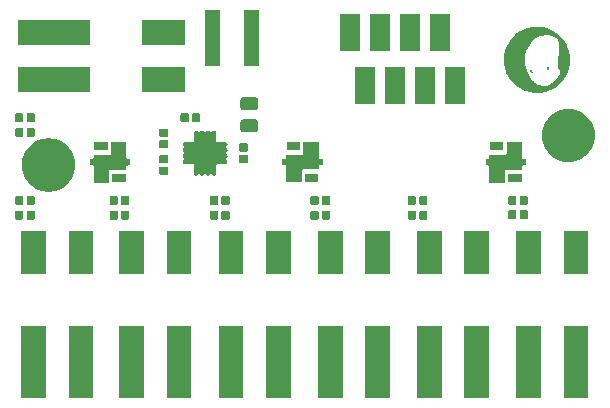
<source format=gbr>
G04 #@! TF.GenerationSoftware,KiCad,Pcbnew,5.0.2-bee76a0~70~ubuntu18.04.1*
G04 #@! TF.CreationDate,2020-03-12T15:00:25+01:00*
G04 #@! TF.ProjectId,magneto_bot_shield,6d61676e-6574-46f5-9f62-6f745f736869,rev?*
G04 #@! TF.SameCoordinates,Original*
G04 #@! TF.FileFunction,Soldermask,Top*
G04 #@! TF.FilePolarity,Negative*
%FSLAX46Y46*%
G04 Gerber Fmt 4.6, Leading zero omitted, Abs format (unit mm)*
G04 Created by KiCad (PCBNEW 5.0.2-bee76a0~70~ubuntu18.04.1) date Do 12 Mär 2020 15:00:25 CET*
%MOMM*%
%LPD*%
G01*
G04 APERTURE LIST*
%ADD10C,0.010000*%
%ADD11C,0.100000*%
G04 APERTURE END LIST*
D10*
G04 #@! TO.C,H5*
G36*
X184016510Y-99459041D02*
X184029587Y-99462432D01*
X184040891Y-99469561D01*
X184043235Y-99471484D01*
X184062535Y-99493321D01*
X184072462Y-99517798D01*
X184072769Y-99543707D01*
X184063284Y-99569704D01*
X184048855Y-99588798D01*
X184030380Y-99600264D01*
X184005867Y-99605149D01*
X183995071Y-99605499D01*
X183977672Y-99604886D01*
X183965998Y-99601873D01*
X183955637Y-99594697D01*
X183946746Y-99586198D01*
X183930121Y-99563308D01*
X183922779Y-99538373D01*
X183924675Y-99513145D01*
X183935762Y-99489375D01*
X183949702Y-99473890D01*
X183961556Y-99464693D01*
X183972873Y-99459972D01*
X183987973Y-99458308D01*
X183997510Y-99458179D01*
X184016510Y-99459041D01*
X184016510Y-99459041D01*
G37*
X184016510Y-99459041D02*
X184029587Y-99462432D01*
X184040891Y-99469561D01*
X184043235Y-99471484D01*
X184062535Y-99493321D01*
X184072462Y-99517798D01*
X184072769Y-99543707D01*
X184063284Y-99569704D01*
X184048855Y-99588798D01*
X184030380Y-99600264D01*
X184005867Y-99605149D01*
X183995071Y-99605499D01*
X183977672Y-99604886D01*
X183965998Y-99601873D01*
X183955637Y-99594697D01*
X183946746Y-99586198D01*
X183930121Y-99563308D01*
X183922779Y-99538373D01*
X183924675Y-99513145D01*
X183935762Y-99489375D01*
X183949702Y-99473890D01*
X183961556Y-99464693D01*
X183972873Y-99459972D01*
X183987973Y-99458308D01*
X183997510Y-99458179D01*
X184016510Y-99459041D01*
G36*
X182577309Y-99737865D02*
X182592397Y-99749272D01*
X182594632Y-99751549D01*
X182610840Y-99772015D01*
X182624146Y-99795127D01*
X182634238Y-99819287D01*
X182640804Y-99842899D01*
X182643534Y-99864365D01*
X182642117Y-99882089D01*
X182636240Y-99894474D01*
X182625593Y-99899922D01*
X182623583Y-99900042D01*
X182616162Y-99897629D01*
X182604661Y-99891641D01*
X182602940Y-99890610D01*
X182585942Y-99875847D01*
X182570210Y-99854340D01*
X182556760Y-99828622D01*
X182546607Y-99801228D01*
X182540764Y-99774693D01*
X182540248Y-99751552D01*
X182542846Y-99740534D01*
X182550265Y-99733013D01*
X182562509Y-99732284D01*
X182577309Y-99737865D01*
X182577309Y-99737865D01*
G37*
X182577309Y-99737865D02*
X182592397Y-99749272D01*
X182594632Y-99751549D01*
X182610840Y-99772015D01*
X182624146Y-99795127D01*
X182634238Y-99819287D01*
X182640804Y-99842899D01*
X182643534Y-99864365D01*
X182642117Y-99882089D01*
X182636240Y-99894474D01*
X182625593Y-99899922D01*
X182623583Y-99900042D01*
X182616162Y-99897629D01*
X182604661Y-99891641D01*
X182602940Y-99890610D01*
X182585942Y-99875847D01*
X182570210Y-99854340D01*
X182556760Y-99828622D01*
X182546607Y-99801228D01*
X182540764Y-99774693D01*
X182540248Y-99751552D01*
X182542846Y-99740534D01*
X182550265Y-99733013D01*
X182562509Y-99732284D01*
X182577309Y-99737865D01*
G36*
X183164254Y-96055597D02*
X183213146Y-96056973D01*
X183254634Y-96059166D01*
X183257091Y-96059343D01*
X183423573Y-96076556D01*
X183587699Y-96103558D01*
X183749106Y-96140175D01*
X183907432Y-96186236D01*
X184062313Y-96241567D01*
X184213388Y-96305995D01*
X184360294Y-96379349D01*
X184502667Y-96461454D01*
X184640147Y-96552138D01*
X184772369Y-96651229D01*
X184898971Y-96758553D01*
X185019591Y-96873938D01*
X185064331Y-96920445D01*
X185175231Y-97045741D01*
X185277695Y-97176619D01*
X185371609Y-97312833D01*
X185456857Y-97454136D01*
X185533328Y-97600283D01*
X185600907Y-97751030D01*
X185659480Y-97906129D01*
X185708933Y-98065335D01*
X185749153Y-98228404D01*
X185780027Y-98395088D01*
X185793870Y-98495519D01*
X185796531Y-98523553D01*
X185798899Y-98560097D01*
X185800950Y-98603504D01*
X185802661Y-98652127D01*
X185804011Y-98704318D01*
X185804974Y-98758432D01*
X185805530Y-98812820D01*
X185805653Y-98865837D01*
X185805322Y-98915836D01*
X185804514Y-98961168D01*
X185803205Y-99000189D01*
X185801372Y-99031250D01*
X185801364Y-99031348D01*
X185783268Y-99195677D01*
X185755366Y-99357886D01*
X185717867Y-99517575D01*
X185670980Y-99674344D01*
X185614911Y-99827792D01*
X185549869Y-99977519D01*
X185476063Y-100123125D01*
X185393701Y-100264210D01*
X185302990Y-100400372D01*
X185204138Y-100531212D01*
X185097355Y-100656330D01*
X184982848Y-100775324D01*
X184860825Y-100887795D01*
X184816670Y-100925304D01*
X184685182Y-101028103D01*
X184548399Y-101122309D01*
X184406663Y-101207783D01*
X184260318Y-101284383D01*
X184109706Y-101351969D01*
X183955171Y-101410401D01*
X183797056Y-101459538D01*
X183635704Y-101499239D01*
X183471458Y-101529364D01*
X183304661Y-101549773D01*
X183289063Y-101551169D01*
X183257448Y-101553360D01*
X183218116Y-101555222D01*
X183173180Y-101556730D01*
X183124752Y-101557855D01*
X183074945Y-101558573D01*
X183025872Y-101558856D01*
X182979645Y-101558679D01*
X182938377Y-101558015D01*
X182904181Y-101556838D01*
X182891537Y-101556126D01*
X182721905Y-101539981D01*
X182555221Y-101514247D01*
X182391751Y-101479038D01*
X182231759Y-101434468D01*
X182075510Y-101380651D01*
X181923270Y-101317702D01*
X181775304Y-101245735D01*
X181631876Y-101164864D01*
X181493251Y-101075204D01*
X181359695Y-100976868D01*
X181231473Y-100869970D01*
X181170112Y-100813975D01*
X181051722Y-100695806D01*
X180941322Y-100571510D01*
X180839084Y-100441449D01*
X180745181Y-100305987D01*
X180659786Y-100165485D01*
X180583072Y-100020308D01*
X180515213Y-99870819D01*
X180456380Y-99717380D01*
X180406747Y-99560355D01*
X180366487Y-99400107D01*
X180335773Y-99236999D01*
X180314778Y-99071393D01*
X180309327Y-99007107D01*
X180307078Y-98966182D01*
X180305649Y-98917723D01*
X180305001Y-98863680D01*
X180305097Y-98806004D01*
X180305688Y-98762219D01*
X181988709Y-98762219D01*
X181988930Y-98822806D01*
X181989643Y-98875194D01*
X181990997Y-98921337D01*
X181993139Y-98963188D01*
X181996219Y-99002702D01*
X182000384Y-99041834D01*
X182005782Y-99082537D01*
X182012562Y-99126766D01*
X182019526Y-99168619D01*
X182044164Y-99293706D01*
X182076015Y-99423723D01*
X182114487Y-99557094D01*
X182158989Y-99692245D01*
X182208928Y-99827599D01*
X182263712Y-99961583D01*
X182322750Y-100092622D01*
X182385448Y-100219140D01*
X182451216Y-100339562D01*
X182474981Y-100380199D01*
X182500693Y-100422089D01*
X182525235Y-100459009D01*
X182550301Y-100493102D01*
X182577582Y-100526516D01*
X182608770Y-100561394D01*
X182645557Y-100599883D01*
X182659080Y-100613607D01*
X182727382Y-100680002D01*
X182792875Y-100738278D01*
X182857023Y-100789533D01*
X182921288Y-100834866D01*
X182987135Y-100875375D01*
X183056026Y-100912159D01*
X183058468Y-100913371D01*
X183125708Y-100944570D01*
X183193366Y-100971530D01*
X183262661Y-100994513D01*
X183334815Y-101013780D01*
X183411051Y-101029592D01*
X183492589Y-101042210D01*
X183580650Y-101051894D01*
X183676457Y-101058907D01*
X183757144Y-101062682D01*
X183771311Y-101062004D01*
X183792017Y-101059544D01*
X183815885Y-101055744D01*
X183829189Y-101053234D01*
X183934969Y-101026908D01*
X184039070Y-100990663D01*
X184141583Y-100944459D01*
X184242602Y-100888255D01*
X184321558Y-100836654D01*
X184357791Y-100810382D01*
X184398699Y-100778987D01*
X184442848Y-100743703D01*
X184488807Y-100705765D01*
X184535142Y-100666406D01*
X184580420Y-100626860D01*
X184623208Y-100588362D01*
X184662073Y-100552146D01*
X184695583Y-100519445D01*
X184722200Y-100491608D01*
X184771921Y-100434510D01*
X184820869Y-100373772D01*
X184868185Y-100310711D01*
X184913011Y-100246641D01*
X184954489Y-100182878D01*
X184991759Y-100120739D01*
X185023963Y-100061539D01*
X185050242Y-100006593D01*
X185068390Y-99961099D01*
X185080009Y-99924622D01*
X185086512Y-99894859D01*
X185088134Y-99869885D01*
X185085109Y-99847777D01*
X185083072Y-99840594D01*
X185074742Y-99807122D01*
X185068017Y-99763789D01*
X185062888Y-99710521D01*
X185061400Y-99688419D01*
X185059757Y-99665224D01*
X185057934Y-99645766D01*
X185056170Y-99632293D01*
X185054891Y-99627218D01*
X185048828Y-99623030D01*
X185036304Y-99616755D01*
X185024056Y-99611433D01*
X184988034Y-99593744D01*
X184957893Y-99572050D01*
X184932898Y-99545272D01*
X184912315Y-99512335D01*
X184895410Y-99472160D01*
X184881449Y-99423672D01*
X184874574Y-99392139D01*
X184865952Y-99337923D01*
X184859715Y-99275238D01*
X184855846Y-99205486D01*
X184854331Y-99130070D01*
X184855153Y-99050392D01*
X184858297Y-98967856D01*
X184863747Y-98883863D01*
X184871487Y-98799817D01*
X184881501Y-98717120D01*
X184882234Y-98711796D01*
X184890526Y-98660560D01*
X184901694Y-98606462D01*
X184916142Y-98547820D01*
X184934279Y-98482951D01*
X184950350Y-98429833D01*
X184960844Y-98394535D01*
X184967592Y-98368162D01*
X184970699Y-98350237D01*
X184970473Y-98340933D01*
X184969835Y-98333756D01*
X184969116Y-98317278D01*
X184968333Y-98292361D01*
X184967505Y-98259865D01*
X184966650Y-98220647D01*
X184965786Y-98175570D01*
X184964930Y-98125492D01*
X184964101Y-98071274D01*
X184963317Y-98013775D01*
X184962867Y-97977359D01*
X184961942Y-97902805D01*
X184961021Y-97837375D01*
X184960052Y-97780033D01*
X184958986Y-97729741D01*
X184957771Y-97685464D01*
X184956357Y-97646167D01*
X184954694Y-97610811D01*
X184952729Y-97578361D01*
X184950413Y-97547782D01*
X184947696Y-97518036D01*
X184944525Y-97488087D01*
X184940852Y-97456900D01*
X184936624Y-97423437D01*
X184935258Y-97412934D01*
X184926293Y-97350472D01*
X184915480Y-97285121D01*
X184903506Y-97220711D01*
X184891059Y-97161070D01*
X184886044Y-97139159D01*
X184880037Y-97113679D01*
X184874702Y-97091017D01*
X184870562Y-97073404D01*
X184868143Y-97063074D01*
X184867942Y-97062212D01*
X184862357Y-97052535D01*
X184849613Y-97038079D01*
X184830902Y-97019851D01*
X184807416Y-96998859D01*
X184780348Y-96976109D01*
X184750890Y-96952610D01*
X184720234Y-96929369D01*
X184689572Y-96907393D01*
X184665743Y-96891337D01*
X184572506Y-96836500D01*
X184473209Y-96789604D01*
X184367728Y-96750604D01*
X184255942Y-96719454D01*
X184137728Y-96696112D01*
X184127263Y-96694468D01*
X184082640Y-96688933D01*
X184030389Y-96684672D01*
X183972966Y-96681728D01*
X183912827Y-96680147D01*
X183852430Y-96679975D01*
X183794232Y-96681255D01*
X183740689Y-96684033D01*
X183708163Y-96686803D01*
X183571148Y-96704815D01*
X183439732Y-96730187D01*
X183314217Y-96762802D01*
X183194908Y-96802546D01*
X183082105Y-96849301D01*
X182976113Y-96902953D01*
X182877234Y-96963386D01*
X182785771Y-97030483D01*
X182765150Y-97047404D01*
X182731961Y-97076423D01*
X182699569Y-97107367D01*
X182666478Y-97141809D01*
X182631192Y-97181317D01*
X182592215Y-97227463D01*
X182583360Y-97238219D01*
X182479749Y-97370671D01*
X182386222Y-97503126D01*
X182302701Y-97635736D01*
X182229111Y-97768655D01*
X182165376Y-97902037D01*
X182111420Y-98036037D01*
X182067167Y-98170806D01*
X182032540Y-98306500D01*
X182017182Y-98383759D01*
X182009705Y-98426903D01*
X182003630Y-98465500D01*
X181998818Y-98501391D01*
X181995130Y-98536416D01*
X181992428Y-98572416D01*
X181990573Y-98611230D01*
X181989428Y-98654701D01*
X181988852Y-98704668D01*
X181988709Y-98762219D01*
X180305688Y-98762219D01*
X180305899Y-98746643D01*
X180307369Y-98687550D01*
X180309467Y-98630674D01*
X180312157Y-98577966D01*
X180315399Y-98531376D01*
X180319157Y-98492854D01*
X180319425Y-98490619D01*
X180344899Y-98321087D01*
X180379571Y-98155865D01*
X180423472Y-97994877D01*
X180476635Y-97838051D01*
X180539092Y-97685313D01*
X180610873Y-97536589D01*
X180692012Y-97391805D01*
X180782540Y-97250887D01*
X180882489Y-97113761D01*
X180950000Y-97029657D01*
X180975097Y-97000673D01*
X181006303Y-96966503D01*
X181042097Y-96928667D01*
X181080959Y-96888686D01*
X181121366Y-96848082D01*
X181161798Y-96808377D01*
X181200733Y-96771090D01*
X181236651Y-96737744D01*
X181268029Y-96709859D01*
X181279641Y-96700016D01*
X181395969Y-96607702D01*
X181512978Y-96524014D01*
X181632829Y-96447525D01*
X181757679Y-96376809D01*
X181810783Y-96349169D01*
X181956044Y-96280456D01*
X182103296Y-96221015D01*
X182253388Y-96170589D01*
X182407167Y-96128923D01*
X182565483Y-96095762D01*
X182729185Y-96070850D01*
X182740603Y-96069441D01*
X182778517Y-96065650D01*
X182824630Y-96062372D01*
X182876991Y-96059644D01*
X182933649Y-96057505D01*
X182992655Y-96055993D01*
X183052058Y-96055145D01*
X183109908Y-96055001D01*
X183164254Y-96055597D01*
X183164254Y-96055597D01*
G37*
X183164254Y-96055597D02*
X183213146Y-96056973D01*
X183254634Y-96059166D01*
X183257091Y-96059343D01*
X183423573Y-96076556D01*
X183587699Y-96103558D01*
X183749106Y-96140175D01*
X183907432Y-96186236D01*
X184062313Y-96241567D01*
X184213388Y-96305995D01*
X184360294Y-96379349D01*
X184502667Y-96461454D01*
X184640147Y-96552138D01*
X184772369Y-96651229D01*
X184898971Y-96758553D01*
X185019591Y-96873938D01*
X185064331Y-96920445D01*
X185175231Y-97045741D01*
X185277695Y-97176619D01*
X185371609Y-97312833D01*
X185456857Y-97454136D01*
X185533328Y-97600283D01*
X185600907Y-97751030D01*
X185659480Y-97906129D01*
X185708933Y-98065335D01*
X185749153Y-98228404D01*
X185780027Y-98395088D01*
X185793870Y-98495519D01*
X185796531Y-98523553D01*
X185798899Y-98560097D01*
X185800950Y-98603504D01*
X185802661Y-98652127D01*
X185804011Y-98704318D01*
X185804974Y-98758432D01*
X185805530Y-98812820D01*
X185805653Y-98865837D01*
X185805322Y-98915836D01*
X185804514Y-98961168D01*
X185803205Y-99000189D01*
X185801372Y-99031250D01*
X185801364Y-99031348D01*
X185783268Y-99195677D01*
X185755366Y-99357886D01*
X185717867Y-99517575D01*
X185670980Y-99674344D01*
X185614911Y-99827792D01*
X185549869Y-99977519D01*
X185476063Y-100123125D01*
X185393701Y-100264210D01*
X185302990Y-100400372D01*
X185204138Y-100531212D01*
X185097355Y-100656330D01*
X184982848Y-100775324D01*
X184860825Y-100887795D01*
X184816670Y-100925304D01*
X184685182Y-101028103D01*
X184548399Y-101122309D01*
X184406663Y-101207783D01*
X184260318Y-101284383D01*
X184109706Y-101351969D01*
X183955171Y-101410401D01*
X183797056Y-101459538D01*
X183635704Y-101499239D01*
X183471458Y-101529364D01*
X183304661Y-101549773D01*
X183289063Y-101551169D01*
X183257448Y-101553360D01*
X183218116Y-101555222D01*
X183173180Y-101556730D01*
X183124752Y-101557855D01*
X183074945Y-101558573D01*
X183025872Y-101558856D01*
X182979645Y-101558679D01*
X182938377Y-101558015D01*
X182904181Y-101556838D01*
X182891537Y-101556126D01*
X182721905Y-101539981D01*
X182555221Y-101514247D01*
X182391751Y-101479038D01*
X182231759Y-101434468D01*
X182075510Y-101380651D01*
X181923270Y-101317702D01*
X181775304Y-101245735D01*
X181631876Y-101164864D01*
X181493251Y-101075204D01*
X181359695Y-100976868D01*
X181231473Y-100869970D01*
X181170112Y-100813975D01*
X181051722Y-100695806D01*
X180941322Y-100571510D01*
X180839084Y-100441449D01*
X180745181Y-100305987D01*
X180659786Y-100165485D01*
X180583072Y-100020308D01*
X180515213Y-99870819D01*
X180456380Y-99717380D01*
X180406747Y-99560355D01*
X180366487Y-99400107D01*
X180335773Y-99236999D01*
X180314778Y-99071393D01*
X180309327Y-99007107D01*
X180307078Y-98966182D01*
X180305649Y-98917723D01*
X180305001Y-98863680D01*
X180305097Y-98806004D01*
X180305688Y-98762219D01*
X181988709Y-98762219D01*
X181988930Y-98822806D01*
X181989643Y-98875194D01*
X181990997Y-98921337D01*
X181993139Y-98963188D01*
X181996219Y-99002702D01*
X182000384Y-99041834D01*
X182005782Y-99082537D01*
X182012562Y-99126766D01*
X182019526Y-99168619D01*
X182044164Y-99293706D01*
X182076015Y-99423723D01*
X182114487Y-99557094D01*
X182158989Y-99692245D01*
X182208928Y-99827599D01*
X182263712Y-99961583D01*
X182322750Y-100092622D01*
X182385448Y-100219140D01*
X182451216Y-100339562D01*
X182474981Y-100380199D01*
X182500693Y-100422089D01*
X182525235Y-100459009D01*
X182550301Y-100493102D01*
X182577582Y-100526516D01*
X182608770Y-100561394D01*
X182645557Y-100599883D01*
X182659080Y-100613607D01*
X182727382Y-100680002D01*
X182792875Y-100738278D01*
X182857023Y-100789533D01*
X182921288Y-100834866D01*
X182987135Y-100875375D01*
X183056026Y-100912159D01*
X183058468Y-100913371D01*
X183125708Y-100944570D01*
X183193366Y-100971530D01*
X183262661Y-100994513D01*
X183334815Y-101013780D01*
X183411051Y-101029592D01*
X183492589Y-101042210D01*
X183580650Y-101051894D01*
X183676457Y-101058907D01*
X183757144Y-101062682D01*
X183771311Y-101062004D01*
X183792017Y-101059544D01*
X183815885Y-101055744D01*
X183829189Y-101053234D01*
X183934969Y-101026908D01*
X184039070Y-100990663D01*
X184141583Y-100944459D01*
X184242602Y-100888255D01*
X184321558Y-100836654D01*
X184357791Y-100810382D01*
X184398699Y-100778987D01*
X184442848Y-100743703D01*
X184488807Y-100705765D01*
X184535142Y-100666406D01*
X184580420Y-100626860D01*
X184623208Y-100588362D01*
X184662073Y-100552146D01*
X184695583Y-100519445D01*
X184722200Y-100491608D01*
X184771921Y-100434510D01*
X184820869Y-100373772D01*
X184868185Y-100310711D01*
X184913011Y-100246641D01*
X184954489Y-100182878D01*
X184991759Y-100120739D01*
X185023963Y-100061539D01*
X185050242Y-100006593D01*
X185068390Y-99961099D01*
X185080009Y-99924622D01*
X185086512Y-99894859D01*
X185088134Y-99869885D01*
X185085109Y-99847777D01*
X185083072Y-99840594D01*
X185074742Y-99807122D01*
X185068017Y-99763789D01*
X185062888Y-99710521D01*
X185061400Y-99688419D01*
X185059757Y-99665224D01*
X185057934Y-99645766D01*
X185056170Y-99632293D01*
X185054891Y-99627218D01*
X185048828Y-99623030D01*
X185036304Y-99616755D01*
X185024056Y-99611433D01*
X184988034Y-99593744D01*
X184957893Y-99572050D01*
X184932898Y-99545272D01*
X184912315Y-99512335D01*
X184895410Y-99472160D01*
X184881449Y-99423672D01*
X184874574Y-99392139D01*
X184865952Y-99337923D01*
X184859715Y-99275238D01*
X184855846Y-99205486D01*
X184854331Y-99130070D01*
X184855153Y-99050392D01*
X184858297Y-98967856D01*
X184863747Y-98883863D01*
X184871487Y-98799817D01*
X184881501Y-98717120D01*
X184882234Y-98711796D01*
X184890526Y-98660560D01*
X184901694Y-98606462D01*
X184916142Y-98547820D01*
X184934279Y-98482951D01*
X184950350Y-98429833D01*
X184960844Y-98394535D01*
X184967592Y-98368162D01*
X184970699Y-98350237D01*
X184970473Y-98340933D01*
X184969835Y-98333756D01*
X184969116Y-98317278D01*
X184968333Y-98292361D01*
X184967505Y-98259865D01*
X184966650Y-98220647D01*
X184965786Y-98175570D01*
X184964930Y-98125492D01*
X184964101Y-98071274D01*
X184963317Y-98013775D01*
X184962867Y-97977359D01*
X184961942Y-97902805D01*
X184961021Y-97837375D01*
X184960052Y-97780033D01*
X184958986Y-97729741D01*
X184957771Y-97685464D01*
X184956357Y-97646167D01*
X184954694Y-97610811D01*
X184952729Y-97578361D01*
X184950413Y-97547782D01*
X184947696Y-97518036D01*
X184944525Y-97488087D01*
X184940852Y-97456900D01*
X184936624Y-97423437D01*
X184935258Y-97412934D01*
X184926293Y-97350472D01*
X184915480Y-97285121D01*
X184903506Y-97220711D01*
X184891059Y-97161070D01*
X184886044Y-97139159D01*
X184880037Y-97113679D01*
X184874702Y-97091017D01*
X184870562Y-97073404D01*
X184868143Y-97063074D01*
X184867942Y-97062212D01*
X184862357Y-97052535D01*
X184849613Y-97038079D01*
X184830902Y-97019851D01*
X184807416Y-96998859D01*
X184780348Y-96976109D01*
X184750890Y-96952610D01*
X184720234Y-96929369D01*
X184689572Y-96907393D01*
X184665743Y-96891337D01*
X184572506Y-96836500D01*
X184473209Y-96789604D01*
X184367728Y-96750604D01*
X184255942Y-96719454D01*
X184137728Y-96696112D01*
X184127263Y-96694468D01*
X184082640Y-96688933D01*
X184030389Y-96684672D01*
X183972966Y-96681728D01*
X183912827Y-96680147D01*
X183852430Y-96679975D01*
X183794232Y-96681255D01*
X183740689Y-96684033D01*
X183708163Y-96686803D01*
X183571148Y-96704815D01*
X183439732Y-96730187D01*
X183314217Y-96762802D01*
X183194908Y-96802546D01*
X183082105Y-96849301D01*
X182976113Y-96902953D01*
X182877234Y-96963386D01*
X182785771Y-97030483D01*
X182765150Y-97047404D01*
X182731961Y-97076423D01*
X182699569Y-97107367D01*
X182666478Y-97141809D01*
X182631192Y-97181317D01*
X182592215Y-97227463D01*
X182583360Y-97238219D01*
X182479749Y-97370671D01*
X182386222Y-97503126D01*
X182302701Y-97635736D01*
X182229111Y-97768655D01*
X182165376Y-97902037D01*
X182111420Y-98036037D01*
X182067167Y-98170806D01*
X182032540Y-98306500D01*
X182017182Y-98383759D01*
X182009705Y-98426903D01*
X182003630Y-98465500D01*
X181998818Y-98501391D01*
X181995130Y-98536416D01*
X181992428Y-98572416D01*
X181990573Y-98611230D01*
X181989428Y-98654701D01*
X181988852Y-98704668D01*
X181988709Y-98762219D01*
X180305688Y-98762219D01*
X180305899Y-98746643D01*
X180307369Y-98687550D01*
X180309467Y-98630674D01*
X180312157Y-98577966D01*
X180315399Y-98531376D01*
X180319157Y-98492854D01*
X180319425Y-98490619D01*
X180344899Y-98321087D01*
X180379571Y-98155865D01*
X180423472Y-97994877D01*
X180476635Y-97838051D01*
X180539092Y-97685313D01*
X180610873Y-97536589D01*
X180692012Y-97391805D01*
X180782540Y-97250887D01*
X180882489Y-97113761D01*
X180950000Y-97029657D01*
X180975097Y-97000673D01*
X181006303Y-96966503D01*
X181042097Y-96928667D01*
X181080959Y-96888686D01*
X181121366Y-96848082D01*
X181161798Y-96808377D01*
X181200733Y-96771090D01*
X181236651Y-96737744D01*
X181268029Y-96709859D01*
X181279641Y-96700016D01*
X181395969Y-96607702D01*
X181512978Y-96524014D01*
X181632829Y-96447525D01*
X181757679Y-96376809D01*
X181810783Y-96349169D01*
X181956044Y-96280456D01*
X182103296Y-96221015D01*
X182253388Y-96170589D01*
X182407167Y-96128923D01*
X182565483Y-96095762D01*
X182729185Y-96070850D01*
X182740603Y-96069441D01*
X182778517Y-96065650D01*
X182824630Y-96062372D01*
X182876991Y-96059644D01*
X182933649Y-96057505D01*
X182992655Y-96055993D01*
X183052058Y-96055145D01*
X183109908Y-96055001D01*
X183164254Y-96055597D01*
D11*
G36*
X158251000Y-127451000D02*
X156149000Y-127451000D01*
X156149000Y-121349000D01*
X158251000Y-121349000D01*
X158251000Y-127451000D01*
X158251000Y-127451000D01*
G37*
G36*
X183451000Y-127451000D02*
X181349000Y-127451000D01*
X181349000Y-121349000D01*
X183451000Y-121349000D01*
X183451000Y-127451000D01*
X183451000Y-127451000D01*
G37*
G36*
X175051000Y-127451000D02*
X172949000Y-127451000D01*
X172949000Y-121349000D01*
X175051000Y-121349000D01*
X175051000Y-127451000D01*
X175051000Y-127451000D01*
G37*
G36*
X179051000Y-127451000D02*
X176949000Y-127451000D01*
X176949000Y-121349000D01*
X179051000Y-121349000D01*
X179051000Y-127451000D01*
X179051000Y-127451000D01*
G37*
G36*
X187451000Y-127451000D02*
X185349000Y-127451000D01*
X185349000Y-121349000D01*
X187451000Y-121349000D01*
X187451000Y-127451000D01*
X187451000Y-127451000D01*
G37*
G36*
X170651000Y-127451000D02*
X168549000Y-127451000D01*
X168549000Y-121349000D01*
X170651000Y-121349000D01*
X170651000Y-127451000D01*
X170651000Y-127451000D01*
G37*
G36*
X166651000Y-127451000D02*
X164549000Y-127451000D01*
X164549000Y-121349000D01*
X166651000Y-121349000D01*
X166651000Y-127451000D01*
X166651000Y-127451000D01*
G37*
G36*
X145551000Y-127451000D02*
X143449000Y-127451000D01*
X143449000Y-121349000D01*
X145551000Y-121349000D01*
X145551000Y-127451000D01*
X145551000Y-127451000D01*
G37*
G36*
X141551000Y-127451000D02*
X139449000Y-127451000D01*
X139449000Y-121349000D01*
X141551000Y-121349000D01*
X141551000Y-127451000D01*
X141551000Y-127451000D01*
G37*
G36*
X162251000Y-127451000D02*
X160149000Y-127451000D01*
X160149000Y-121349000D01*
X162251000Y-121349000D01*
X162251000Y-127451000D01*
X162251000Y-127451000D01*
G37*
G36*
X153851000Y-127451000D02*
X151749000Y-127451000D01*
X151749000Y-121349000D01*
X153851000Y-121349000D01*
X153851000Y-127451000D01*
X153851000Y-127451000D01*
G37*
G36*
X149851000Y-127451000D02*
X147749000Y-127451000D01*
X147749000Y-121349000D01*
X149851000Y-121349000D01*
X149851000Y-127451000D01*
X149851000Y-127451000D01*
G37*
G36*
X170651000Y-116951000D02*
X168549000Y-116951000D01*
X168549000Y-113349000D01*
X170651000Y-113349000D01*
X170651000Y-116951000D01*
X170651000Y-116951000D01*
G37*
G36*
X166651000Y-116951000D02*
X164549000Y-116951000D01*
X164549000Y-113349000D01*
X166651000Y-113349000D01*
X166651000Y-116951000D01*
X166651000Y-116951000D01*
G37*
G36*
X158251000Y-116951000D02*
X156149000Y-116951000D01*
X156149000Y-113349000D01*
X158251000Y-113349000D01*
X158251000Y-116951000D01*
X158251000Y-116951000D01*
G37*
G36*
X162251000Y-116951000D02*
X160149000Y-116951000D01*
X160149000Y-113349000D01*
X162251000Y-113349000D01*
X162251000Y-116951000D01*
X162251000Y-116951000D01*
G37*
G36*
X149851000Y-116951000D02*
X147749000Y-116951000D01*
X147749000Y-113349000D01*
X149851000Y-113349000D01*
X149851000Y-116951000D01*
X149851000Y-116951000D01*
G37*
G36*
X179051000Y-116951000D02*
X176949000Y-116951000D01*
X176949000Y-113349000D01*
X179051000Y-113349000D01*
X179051000Y-116951000D01*
X179051000Y-116951000D01*
G37*
G36*
X175051000Y-116951000D02*
X172949000Y-116951000D01*
X172949000Y-113349000D01*
X175051000Y-113349000D01*
X175051000Y-116951000D01*
X175051000Y-116951000D01*
G37*
G36*
X141551000Y-116951000D02*
X139449000Y-116951000D01*
X139449000Y-113349000D01*
X141551000Y-113349000D01*
X141551000Y-116951000D01*
X141551000Y-116951000D01*
G37*
G36*
X183451000Y-116951000D02*
X181349000Y-116951000D01*
X181349000Y-113349000D01*
X183451000Y-113349000D01*
X183451000Y-116951000D01*
X183451000Y-116951000D01*
G37*
G36*
X187451000Y-116951000D02*
X185349000Y-116951000D01*
X185349000Y-113349000D01*
X187451000Y-113349000D01*
X187451000Y-116951000D01*
X187451000Y-116951000D01*
G37*
G36*
X153851000Y-116951000D02*
X151749000Y-116951000D01*
X151749000Y-113349000D01*
X153851000Y-113349000D01*
X153851000Y-116951000D01*
X153851000Y-116951000D01*
G37*
G36*
X145551000Y-116951000D02*
X143449000Y-116951000D01*
X143449000Y-113349000D01*
X145551000Y-113349000D01*
X145551000Y-116951000D01*
X145551000Y-116951000D01*
G37*
G36*
X173741938Y-111631716D02*
X173762556Y-111637970D01*
X173781556Y-111648126D01*
X173798208Y-111661792D01*
X173811874Y-111678444D01*
X173822030Y-111697444D01*
X173828284Y-111718062D01*
X173831000Y-111745640D01*
X173831000Y-112254360D01*
X173828284Y-112281938D01*
X173822030Y-112302556D01*
X173811874Y-112321556D01*
X173798208Y-112338208D01*
X173781556Y-112351874D01*
X173762556Y-112362030D01*
X173741938Y-112368284D01*
X173714360Y-112371000D01*
X173255640Y-112371000D01*
X173228062Y-112368284D01*
X173207444Y-112362030D01*
X173188444Y-112351874D01*
X173171792Y-112338208D01*
X173158126Y-112321556D01*
X173147970Y-112302556D01*
X173141716Y-112281938D01*
X173139000Y-112254360D01*
X173139000Y-111745640D01*
X173141716Y-111718062D01*
X173147970Y-111697444D01*
X173158126Y-111678444D01*
X173171792Y-111661792D01*
X173188444Y-111648126D01*
X173207444Y-111637970D01*
X173228062Y-111631716D01*
X173255640Y-111629000D01*
X173714360Y-111629000D01*
X173741938Y-111631716D01*
X173741938Y-111631716D01*
G37*
G36*
X172771938Y-111631716D02*
X172792556Y-111637970D01*
X172811556Y-111648126D01*
X172828208Y-111661792D01*
X172841874Y-111678444D01*
X172852030Y-111697444D01*
X172858284Y-111718062D01*
X172861000Y-111745640D01*
X172861000Y-112254360D01*
X172858284Y-112281938D01*
X172852030Y-112302556D01*
X172841874Y-112321556D01*
X172828208Y-112338208D01*
X172811556Y-112351874D01*
X172792556Y-112362030D01*
X172771938Y-112368284D01*
X172744360Y-112371000D01*
X172285640Y-112371000D01*
X172258062Y-112368284D01*
X172237444Y-112362030D01*
X172218444Y-112351874D01*
X172201792Y-112338208D01*
X172188126Y-112321556D01*
X172177970Y-112302556D01*
X172171716Y-112281938D01*
X172169000Y-112254360D01*
X172169000Y-111745640D01*
X172171716Y-111718062D01*
X172177970Y-111697444D01*
X172188126Y-111678444D01*
X172201792Y-111661792D01*
X172218444Y-111648126D01*
X172237444Y-111637970D01*
X172258062Y-111631716D01*
X172285640Y-111629000D01*
X172744360Y-111629000D01*
X172771938Y-111631716D01*
X172771938Y-111631716D01*
G37*
G36*
X164521938Y-111631716D02*
X164542556Y-111637970D01*
X164561556Y-111648126D01*
X164578208Y-111661792D01*
X164591874Y-111678444D01*
X164602030Y-111697444D01*
X164608284Y-111718062D01*
X164611000Y-111745640D01*
X164611000Y-112254360D01*
X164608284Y-112281938D01*
X164602030Y-112302556D01*
X164591874Y-112321556D01*
X164578208Y-112338208D01*
X164561556Y-112351874D01*
X164542556Y-112362030D01*
X164521938Y-112368284D01*
X164494360Y-112371000D01*
X164035640Y-112371000D01*
X164008062Y-112368284D01*
X163987444Y-112362030D01*
X163968444Y-112351874D01*
X163951792Y-112338208D01*
X163938126Y-112321556D01*
X163927970Y-112302556D01*
X163921716Y-112281938D01*
X163919000Y-112254360D01*
X163919000Y-111745640D01*
X163921716Y-111718062D01*
X163927970Y-111697444D01*
X163938126Y-111678444D01*
X163951792Y-111661792D01*
X163968444Y-111648126D01*
X163987444Y-111637970D01*
X164008062Y-111631716D01*
X164035640Y-111629000D01*
X164494360Y-111629000D01*
X164521938Y-111631716D01*
X164521938Y-111631716D01*
G37*
G36*
X165491938Y-111631716D02*
X165512556Y-111637970D01*
X165531556Y-111648126D01*
X165548208Y-111661792D01*
X165561874Y-111678444D01*
X165572030Y-111697444D01*
X165578284Y-111718062D01*
X165581000Y-111745640D01*
X165581000Y-112254360D01*
X165578284Y-112281938D01*
X165572030Y-112302556D01*
X165561874Y-112321556D01*
X165548208Y-112338208D01*
X165531556Y-112351874D01*
X165512556Y-112362030D01*
X165491938Y-112368284D01*
X165464360Y-112371000D01*
X165005640Y-112371000D01*
X164978062Y-112368284D01*
X164957444Y-112362030D01*
X164938444Y-112351874D01*
X164921792Y-112338208D01*
X164908126Y-112321556D01*
X164897970Y-112302556D01*
X164891716Y-112281938D01*
X164889000Y-112254360D01*
X164889000Y-111745640D01*
X164891716Y-111718062D01*
X164897970Y-111697444D01*
X164908126Y-111678444D01*
X164921792Y-111661792D01*
X164938444Y-111648126D01*
X164957444Y-111637970D01*
X164978062Y-111631716D01*
X165005640Y-111629000D01*
X165464360Y-111629000D01*
X165491938Y-111631716D01*
X165491938Y-111631716D01*
G37*
G36*
X156991938Y-111631716D02*
X157012556Y-111637970D01*
X157031556Y-111648126D01*
X157048208Y-111661792D01*
X157061874Y-111678444D01*
X157072030Y-111697444D01*
X157078284Y-111718062D01*
X157081000Y-111745640D01*
X157081000Y-112254360D01*
X157078284Y-112281938D01*
X157072030Y-112302556D01*
X157061874Y-112321556D01*
X157048208Y-112338208D01*
X157031556Y-112351874D01*
X157012556Y-112362030D01*
X156991938Y-112368284D01*
X156964360Y-112371000D01*
X156505640Y-112371000D01*
X156478062Y-112368284D01*
X156457444Y-112362030D01*
X156438444Y-112351874D01*
X156421792Y-112338208D01*
X156408126Y-112321556D01*
X156397970Y-112302556D01*
X156391716Y-112281938D01*
X156389000Y-112254360D01*
X156389000Y-111745640D01*
X156391716Y-111718062D01*
X156397970Y-111697444D01*
X156408126Y-111678444D01*
X156421792Y-111661792D01*
X156438444Y-111648126D01*
X156457444Y-111637970D01*
X156478062Y-111631716D01*
X156505640Y-111629000D01*
X156964360Y-111629000D01*
X156991938Y-111631716D01*
X156991938Y-111631716D01*
G37*
G36*
X156021938Y-111631716D02*
X156042556Y-111637970D01*
X156061556Y-111648126D01*
X156078208Y-111661792D01*
X156091874Y-111678444D01*
X156102030Y-111697444D01*
X156108284Y-111718062D01*
X156111000Y-111745640D01*
X156111000Y-112254360D01*
X156108284Y-112281938D01*
X156102030Y-112302556D01*
X156091874Y-112321556D01*
X156078208Y-112338208D01*
X156061556Y-112351874D01*
X156042556Y-112362030D01*
X156021938Y-112368284D01*
X155994360Y-112371000D01*
X155535640Y-112371000D01*
X155508062Y-112368284D01*
X155487444Y-112362030D01*
X155468444Y-112351874D01*
X155451792Y-112338208D01*
X155438126Y-112321556D01*
X155427970Y-112302556D01*
X155421716Y-112281938D01*
X155419000Y-112254360D01*
X155419000Y-111745640D01*
X155421716Y-111718062D01*
X155427970Y-111697444D01*
X155438126Y-111678444D01*
X155451792Y-111661792D01*
X155468444Y-111648126D01*
X155487444Y-111637970D01*
X155508062Y-111631716D01*
X155535640Y-111629000D01*
X155994360Y-111629000D01*
X156021938Y-111631716D01*
X156021938Y-111631716D01*
G37*
G36*
X147521938Y-111631716D02*
X147542556Y-111637970D01*
X147561556Y-111648126D01*
X147578208Y-111661792D01*
X147591874Y-111678444D01*
X147602030Y-111697444D01*
X147608284Y-111718062D01*
X147611000Y-111745640D01*
X147611000Y-112254360D01*
X147608284Y-112281938D01*
X147602030Y-112302556D01*
X147591874Y-112321556D01*
X147578208Y-112338208D01*
X147561556Y-112351874D01*
X147542556Y-112362030D01*
X147521938Y-112368284D01*
X147494360Y-112371000D01*
X147035640Y-112371000D01*
X147008062Y-112368284D01*
X146987444Y-112362030D01*
X146968444Y-112351874D01*
X146951792Y-112338208D01*
X146938126Y-112321556D01*
X146927970Y-112302556D01*
X146921716Y-112281938D01*
X146919000Y-112254360D01*
X146919000Y-111745640D01*
X146921716Y-111718062D01*
X146927970Y-111697444D01*
X146938126Y-111678444D01*
X146951792Y-111661792D01*
X146968444Y-111648126D01*
X146987444Y-111637970D01*
X147008062Y-111631716D01*
X147035640Y-111629000D01*
X147494360Y-111629000D01*
X147521938Y-111631716D01*
X147521938Y-111631716D01*
G37*
G36*
X148491938Y-111631716D02*
X148512556Y-111637970D01*
X148531556Y-111648126D01*
X148548208Y-111661792D01*
X148561874Y-111678444D01*
X148572030Y-111697444D01*
X148578284Y-111718062D01*
X148581000Y-111745640D01*
X148581000Y-112254360D01*
X148578284Y-112281938D01*
X148572030Y-112302556D01*
X148561874Y-112321556D01*
X148548208Y-112338208D01*
X148531556Y-112351874D01*
X148512556Y-112362030D01*
X148491938Y-112368284D01*
X148464360Y-112371000D01*
X148005640Y-112371000D01*
X147978062Y-112368284D01*
X147957444Y-112362030D01*
X147938444Y-112351874D01*
X147921792Y-112338208D01*
X147908126Y-112321556D01*
X147897970Y-112302556D01*
X147891716Y-112281938D01*
X147889000Y-112254360D01*
X147889000Y-111745640D01*
X147891716Y-111718062D01*
X147897970Y-111697444D01*
X147908126Y-111678444D01*
X147921792Y-111661792D01*
X147938444Y-111648126D01*
X147957444Y-111637970D01*
X147978062Y-111631716D01*
X148005640Y-111629000D01*
X148464360Y-111629000D01*
X148491938Y-111631716D01*
X148491938Y-111631716D01*
G37*
G36*
X140491938Y-111631716D02*
X140512556Y-111637970D01*
X140531556Y-111648126D01*
X140548208Y-111661792D01*
X140561874Y-111678444D01*
X140572030Y-111697444D01*
X140578284Y-111718062D01*
X140581000Y-111745640D01*
X140581000Y-112254360D01*
X140578284Y-112281938D01*
X140572030Y-112302556D01*
X140561874Y-112321556D01*
X140548208Y-112338208D01*
X140531556Y-112351874D01*
X140512556Y-112362030D01*
X140491938Y-112368284D01*
X140464360Y-112371000D01*
X140005640Y-112371000D01*
X139978062Y-112368284D01*
X139957444Y-112362030D01*
X139938444Y-112351874D01*
X139921792Y-112338208D01*
X139908126Y-112321556D01*
X139897970Y-112302556D01*
X139891716Y-112281938D01*
X139889000Y-112254360D01*
X139889000Y-111745640D01*
X139891716Y-111718062D01*
X139897970Y-111697444D01*
X139908126Y-111678444D01*
X139921792Y-111661792D01*
X139938444Y-111648126D01*
X139957444Y-111637970D01*
X139978062Y-111631716D01*
X140005640Y-111629000D01*
X140464360Y-111629000D01*
X140491938Y-111631716D01*
X140491938Y-111631716D01*
G37*
G36*
X139521938Y-111631716D02*
X139542556Y-111637970D01*
X139561556Y-111648126D01*
X139578208Y-111661792D01*
X139591874Y-111678444D01*
X139602030Y-111697444D01*
X139608284Y-111718062D01*
X139611000Y-111745640D01*
X139611000Y-112254360D01*
X139608284Y-112281938D01*
X139602030Y-112302556D01*
X139591874Y-112321556D01*
X139578208Y-112338208D01*
X139561556Y-112351874D01*
X139542556Y-112362030D01*
X139521938Y-112368284D01*
X139494360Y-112371000D01*
X139035640Y-112371000D01*
X139008062Y-112368284D01*
X138987444Y-112362030D01*
X138968444Y-112351874D01*
X138951792Y-112338208D01*
X138938126Y-112321556D01*
X138927970Y-112302556D01*
X138921716Y-112281938D01*
X138919000Y-112254360D01*
X138919000Y-111745640D01*
X138921716Y-111718062D01*
X138927970Y-111697444D01*
X138938126Y-111678444D01*
X138951792Y-111661792D01*
X138968444Y-111648126D01*
X138987444Y-111637970D01*
X139008062Y-111631716D01*
X139035640Y-111629000D01*
X139494360Y-111629000D01*
X139521938Y-111631716D01*
X139521938Y-111631716D01*
G37*
G36*
X182241938Y-111581716D02*
X182262556Y-111587970D01*
X182281556Y-111598126D01*
X182298208Y-111611792D01*
X182311874Y-111628444D01*
X182322030Y-111647444D01*
X182328284Y-111668062D01*
X182331000Y-111695640D01*
X182331000Y-112204360D01*
X182328284Y-112231938D01*
X182322030Y-112252556D01*
X182311874Y-112271556D01*
X182298208Y-112288208D01*
X182281556Y-112301874D01*
X182262556Y-112312030D01*
X182241938Y-112318284D01*
X182214360Y-112321000D01*
X181755640Y-112321000D01*
X181728062Y-112318284D01*
X181707444Y-112312030D01*
X181688444Y-112301874D01*
X181671792Y-112288208D01*
X181658126Y-112271556D01*
X181647970Y-112252556D01*
X181641716Y-112231938D01*
X181639000Y-112204360D01*
X181639000Y-111695640D01*
X181641716Y-111668062D01*
X181647970Y-111647444D01*
X181658126Y-111628444D01*
X181671792Y-111611792D01*
X181688444Y-111598126D01*
X181707444Y-111587970D01*
X181728062Y-111581716D01*
X181755640Y-111579000D01*
X182214360Y-111579000D01*
X182241938Y-111581716D01*
X182241938Y-111581716D01*
G37*
G36*
X181271938Y-111581716D02*
X181292556Y-111587970D01*
X181311556Y-111598126D01*
X181328208Y-111611792D01*
X181341874Y-111628444D01*
X181352030Y-111647444D01*
X181358284Y-111668062D01*
X181361000Y-111695640D01*
X181361000Y-112204360D01*
X181358284Y-112231938D01*
X181352030Y-112252556D01*
X181341874Y-112271556D01*
X181328208Y-112288208D01*
X181311556Y-112301874D01*
X181292556Y-112312030D01*
X181271938Y-112318284D01*
X181244360Y-112321000D01*
X180785640Y-112321000D01*
X180758062Y-112318284D01*
X180737444Y-112312030D01*
X180718444Y-112301874D01*
X180701792Y-112288208D01*
X180688126Y-112271556D01*
X180677970Y-112252556D01*
X180671716Y-112231938D01*
X180669000Y-112204360D01*
X180669000Y-111695640D01*
X180671716Y-111668062D01*
X180677970Y-111647444D01*
X180688126Y-111628444D01*
X180701792Y-111611792D01*
X180718444Y-111598126D01*
X180737444Y-111587970D01*
X180758062Y-111581716D01*
X180785640Y-111579000D01*
X181244360Y-111579000D01*
X181271938Y-111581716D01*
X181271938Y-111581716D01*
G37*
G36*
X147521938Y-110381716D02*
X147542556Y-110387970D01*
X147561556Y-110398126D01*
X147578208Y-110411792D01*
X147591874Y-110428444D01*
X147602030Y-110447444D01*
X147608284Y-110468062D01*
X147611000Y-110495640D01*
X147611000Y-111004360D01*
X147608284Y-111031938D01*
X147602030Y-111052556D01*
X147591874Y-111071556D01*
X147578208Y-111088208D01*
X147561556Y-111101874D01*
X147542556Y-111112030D01*
X147521938Y-111118284D01*
X147494360Y-111121000D01*
X147035640Y-111121000D01*
X147008062Y-111118284D01*
X146987444Y-111112030D01*
X146968444Y-111101874D01*
X146951792Y-111088208D01*
X146938126Y-111071556D01*
X146927970Y-111052556D01*
X146921716Y-111031938D01*
X146919000Y-111004360D01*
X146919000Y-110495640D01*
X146921716Y-110468062D01*
X146927970Y-110447444D01*
X146938126Y-110428444D01*
X146951792Y-110411792D01*
X146968444Y-110398126D01*
X146987444Y-110387970D01*
X147008062Y-110381716D01*
X147035640Y-110379000D01*
X147494360Y-110379000D01*
X147521938Y-110381716D01*
X147521938Y-110381716D01*
G37*
G36*
X181271938Y-110381716D02*
X181292556Y-110387970D01*
X181311556Y-110398126D01*
X181328208Y-110411792D01*
X181341874Y-110428444D01*
X181352030Y-110447444D01*
X181358284Y-110468062D01*
X181361000Y-110495640D01*
X181361000Y-111004360D01*
X181358284Y-111031938D01*
X181352030Y-111052556D01*
X181341874Y-111071556D01*
X181328208Y-111088208D01*
X181311556Y-111101874D01*
X181292556Y-111112030D01*
X181271938Y-111118284D01*
X181244360Y-111121000D01*
X180785640Y-111121000D01*
X180758062Y-111118284D01*
X180737444Y-111112030D01*
X180718444Y-111101874D01*
X180701792Y-111088208D01*
X180688126Y-111071556D01*
X180677970Y-111052556D01*
X180671716Y-111031938D01*
X180669000Y-111004360D01*
X180669000Y-110495640D01*
X180671716Y-110468062D01*
X180677970Y-110447444D01*
X180688126Y-110428444D01*
X180701792Y-110411792D01*
X180718444Y-110398126D01*
X180737444Y-110387970D01*
X180758062Y-110381716D01*
X180785640Y-110379000D01*
X181244360Y-110379000D01*
X181271938Y-110381716D01*
X181271938Y-110381716D01*
G37*
G36*
X173726938Y-110381716D02*
X173747556Y-110387970D01*
X173766556Y-110398126D01*
X173783208Y-110411792D01*
X173796874Y-110428444D01*
X173807030Y-110447444D01*
X173813284Y-110468062D01*
X173816000Y-110495640D01*
X173816000Y-111004360D01*
X173813284Y-111031938D01*
X173807030Y-111052556D01*
X173796874Y-111071556D01*
X173783208Y-111088208D01*
X173766556Y-111101874D01*
X173747556Y-111112030D01*
X173726938Y-111118284D01*
X173699360Y-111121000D01*
X173240640Y-111121000D01*
X173213062Y-111118284D01*
X173192444Y-111112030D01*
X173173444Y-111101874D01*
X173156792Y-111088208D01*
X173143126Y-111071556D01*
X173132970Y-111052556D01*
X173126716Y-111031938D01*
X173124000Y-111004360D01*
X173124000Y-110495640D01*
X173126716Y-110468062D01*
X173132970Y-110447444D01*
X173143126Y-110428444D01*
X173156792Y-110411792D01*
X173173444Y-110398126D01*
X173192444Y-110387970D01*
X173213062Y-110381716D01*
X173240640Y-110379000D01*
X173699360Y-110379000D01*
X173726938Y-110381716D01*
X173726938Y-110381716D01*
G37*
G36*
X172756938Y-110381716D02*
X172777556Y-110387970D01*
X172796556Y-110398126D01*
X172813208Y-110411792D01*
X172826874Y-110428444D01*
X172837030Y-110447444D01*
X172843284Y-110468062D01*
X172846000Y-110495640D01*
X172846000Y-111004360D01*
X172843284Y-111031938D01*
X172837030Y-111052556D01*
X172826874Y-111071556D01*
X172813208Y-111088208D01*
X172796556Y-111101874D01*
X172777556Y-111112030D01*
X172756938Y-111118284D01*
X172729360Y-111121000D01*
X172270640Y-111121000D01*
X172243062Y-111118284D01*
X172222444Y-111112030D01*
X172203444Y-111101874D01*
X172186792Y-111088208D01*
X172173126Y-111071556D01*
X172162970Y-111052556D01*
X172156716Y-111031938D01*
X172154000Y-111004360D01*
X172154000Y-110495640D01*
X172156716Y-110468062D01*
X172162970Y-110447444D01*
X172173126Y-110428444D01*
X172186792Y-110411792D01*
X172203444Y-110398126D01*
X172222444Y-110387970D01*
X172243062Y-110381716D01*
X172270640Y-110379000D01*
X172729360Y-110379000D01*
X172756938Y-110381716D01*
X172756938Y-110381716D01*
G37*
G36*
X165491938Y-110381716D02*
X165512556Y-110387970D01*
X165531556Y-110398126D01*
X165548208Y-110411792D01*
X165561874Y-110428444D01*
X165572030Y-110447444D01*
X165578284Y-110468062D01*
X165581000Y-110495640D01*
X165581000Y-111004360D01*
X165578284Y-111031938D01*
X165572030Y-111052556D01*
X165561874Y-111071556D01*
X165548208Y-111088208D01*
X165531556Y-111101874D01*
X165512556Y-111112030D01*
X165491938Y-111118284D01*
X165464360Y-111121000D01*
X165005640Y-111121000D01*
X164978062Y-111118284D01*
X164957444Y-111112030D01*
X164938444Y-111101874D01*
X164921792Y-111088208D01*
X164908126Y-111071556D01*
X164897970Y-111052556D01*
X164891716Y-111031938D01*
X164889000Y-111004360D01*
X164889000Y-110495640D01*
X164891716Y-110468062D01*
X164897970Y-110447444D01*
X164908126Y-110428444D01*
X164921792Y-110411792D01*
X164938444Y-110398126D01*
X164957444Y-110387970D01*
X164978062Y-110381716D01*
X165005640Y-110379000D01*
X165464360Y-110379000D01*
X165491938Y-110381716D01*
X165491938Y-110381716D01*
G37*
G36*
X182241938Y-110381716D02*
X182262556Y-110387970D01*
X182281556Y-110398126D01*
X182298208Y-110411792D01*
X182311874Y-110428444D01*
X182322030Y-110447444D01*
X182328284Y-110468062D01*
X182331000Y-110495640D01*
X182331000Y-111004360D01*
X182328284Y-111031938D01*
X182322030Y-111052556D01*
X182311874Y-111071556D01*
X182298208Y-111088208D01*
X182281556Y-111101874D01*
X182262556Y-111112030D01*
X182241938Y-111118284D01*
X182214360Y-111121000D01*
X181755640Y-111121000D01*
X181728062Y-111118284D01*
X181707444Y-111112030D01*
X181688444Y-111101874D01*
X181671792Y-111088208D01*
X181658126Y-111071556D01*
X181647970Y-111052556D01*
X181641716Y-111031938D01*
X181639000Y-111004360D01*
X181639000Y-110495640D01*
X181641716Y-110468062D01*
X181647970Y-110447444D01*
X181658126Y-110428444D01*
X181671792Y-110411792D01*
X181688444Y-110398126D01*
X181707444Y-110387970D01*
X181728062Y-110381716D01*
X181755640Y-110379000D01*
X182214360Y-110379000D01*
X182241938Y-110381716D01*
X182241938Y-110381716D01*
G37*
G36*
X148491938Y-110381716D02*
X148512556Y-110387970D01*
X148531556Y-110398126D01*
X148548208Y-110411792D01*
X148561874Y-110428444D01*
X148572030Y-110447444D01*
X148578284Y-110468062D01*
X148581000Y-110495640D01*
X148581000Y-111004360D01*
X148578284Y-111031938D01*
X148572030Y-111052556D01*
X148561874Y-111071556D01*
X148548208Y-111088208D01*
X148531556Y-111101874D01*
X148512556Y-111112030D01*
X148491938Y-111118284D01*
X148464360Y-111121000D01*
X148005640Y-111121000D01*
X147978062Y-111118284D01*
X147957444Y-111112030D01*
X147938444Y-111101874D01*
X147921792Y-111088208D01*
X147908126Y-111071556D01*
X147897970Y-111052556D01*
X147891716Y-111031938D01*
X147889000Y-111004360D01*
X147889000Y-110495640D01*
X147891716Y-110468062D01*
X147897970Y-110447444D01*
X147908126Y-110428444D01*
X147921792Y-110411792D01*
X147938444Y-110398126D01*
X147957444Y-110387970D01*
X147978062Y-110381716D01*
X148005640Y-110379000D01*
X148464360Y-110379000D01*
X148491938Y-110381716D01*
X148491938Y-110381716D01*
G37*
G36*
X140491938Y-110381716D02*
X140512556Y-110387970D01*
X140531556Y-110398126D01*
X140548208Y-110411792D01*
X140561874Y-110428444D01*
X140572030Y-110447444D01*
X140578284Y-110468062D01*
X140581000Y-110495640D01*
X140581000Y-111004360D01*
X140578284Y-111031938D01*
X140572030Y-111052556D01*
X140561874Y-111071556D01*
X140548208Y-111088208D01*
X140531556Y-111101874D01*
X140512556Y-111112030D01*
X140491938Y-111118284D01*
X140464360Y-111121000D01*
X140005640Y-111121000D01*
X139978062Y-111118284D01*
X139957444Y-111112030D01*
X139938444Y-111101874D01*
X139921792Y-111088208D01*
X139908126Y-111071556D01*
X139897970Y-111052556D01*
X139891716Y-111031938D01*
X139889000Y-111004360D01*
X139889000Y-110495640D01*
X139891716Y-110468062D01*
X139897970Y-110447444D01*
X139908126Y-110428444D01*
X139921792Y-110411792D01*
X139938444Y-110398126D01*
X139957444Y-110387970D01*
X139978062Y-110381716D01*
X140005640Y-110379000D01*
X140464360Y-110379000D01*
X140491938Y-110381716D01*
X140491938Y-110381716D01*
G37*
G36*
X139521938Y-110381716D02*
X139542556Y-110387970D01*
X139561556Y-110398126D01*
X139578208Y-110411792D01*
X139591874Y-110428444D01*
X139602030Y-110447444D01*
X139608284Y-110468062D01*
X139611000Y-110495640D01*
X139611000Y-111004360D01*
X139608284Y-111031938D01*
X139602030Y-111052556D01*
X139591874Y-111071556D01*
X139578208Y-111088208D01*
X139561556Y-111101874D01*
X139542556Y-111112030D01*
X139521938Y-111118284D01*
X139494360Y-111121000D01*
X139035640Y-111121000D01*
X139008062Y-111118284D01*
X138987444Y-111112030D01*
X138968444Y-111101874D01*
X138951792Y-111088208D01*
X138938126Y-111071556D01*
X138927970Y-111052556D01*
X138921716Y-111031938D01*
X138919000Y-111004360D01*
X138919000Y-110495640D01*
X138921716Y-110468062D01*
X138927970Y-110447444D01*
X138938126Y-110428444D01*
X138951792Y-110411792D01*
X138968444Y-110398126D01*
X138987444Y-110387970D01*
X139008062Y-110381716D01*
X139035640Y-110379000D01*
X139494360Y-110379000D01*
X139521938Y-110381716D01*
X139521938Y-110381716D01*
G37*
G36*
X156021938Y-110381716D02*
X156042556Y-110387970D01*
X156061556Y-110398126D01*
X156078208Y-110411792D01*
X156091874Y-110428444D01*
X156102030Y-110447444D01*
X156108284Y-110468062D01*
X156111000Y-110495640D01*
X156111000Y-111004360D01*
X156108284Y-111031938D01*
X156102030Y-111052556D01*
X156091874Y-111071556D01*
X156078208Y-111088208D01*
X156061556Y-111101874D01*
X156042556Y-111112030D01*
X156021938Y-111118284D01*
X155994360Y-111121000D01*
X155535640Y-111121000D01*
X155508062Y-111118284D01*
X155487444Y-111112030D01*
X155468444Y-111101874D01*
X155451792Y-111088208D01*
X155438126Y-111071556D01*
X155427970Y-111052556D01*
X155421716Y-111031938D01*
X155419000Y-111004360D01*
X155419000Y-110495640D01*
X155421716Y-110468062D01*
X155427970Y-110447444D01*
X155438126Y-110428444D01*
X155451792Y-110411792D01*
X155468444Y-110398126D01*
X155487444Y-110387970D01*
X155508062Y-110381716D01*
X155535640Y-110379000D01*
X155994360Y-110379000D01*
X156021938Y-110381716D01*
X156021938Y-110381716D01*
G37*
G36*
X156991938Y-110381716D02*
X157012556Y-110387970D01*
X157031556Y-110398126D01*
X157048208Y-110411792D01*
X157061874Y-110428444D01*
X157072030Y-110447444D01*
X157078284Y-110468062D01*
X157081000Y-110495640D01*
X157081000Y-111004360D01*
X157078284Y-111031938D01*
X157072030Y-111052556D01*
X157061874Y-111071556D01*
X157048208Y-111088208D01*
X157031556Y-111101874D01*
X157012556Y-111112030D01*
X156991938Y-111118284D01*
X156964360Y-111121000D01*
X156505640Y-111121000D01*
X156478062Y-111118284D01*
X156457444Y-111112030D01*
X156438444Y-111101874D01*
X156421792Y-111088208D01*
X156408126Y-111071556D01*
X156397970Y-111052556D01*
X156391716Y-111031938D01*
X156389000Y-111004360D01*
X156389000Y-110495640D01*
X156391716Y-110468062D01*
X156397970Y-110447444D01*
X156408126Y-110428444D01*
X156421792Y-110411792D01*
X156438444Y-110398126D01*
X156457444Y-110387970D01*
X156478062Y-110381716D01*
X156505640Y-110379000D01*
X156964360Y-110379000D01*
X156991938Y-110381716D01*
X156991938Y-110381716D01*
G37*
G36*
X164521938Y-110381716D02*
X164542556Y-110387970D01*
X164561556Y-110398126D01*
X164578208Y-110411792D01*
X164591874Y-110428444D01*
X164602030Y-110447444D01*
X164608284Y-110468062D01*
X164611000Y-110495640D01*
X164611000Y-111004360D01*
X164608284Y-111031938D01*
X164602030Y-111052556D01*
X164591874Y-111071556D01*
X164578208Y-111088208D01*
X164561556Y-111101874D01*
X164542556Y-111112030D01*
X164521938Y-111118284D01*
X164494360Y-111121000D01*
X164035640Y-111121000D01*
X164008062Y-111118284D01*
X163987444Y-111112030D01*
X163968444Y-111101874D01*
X163951792Y-111088208D01*
X163938126Y-111071556D01*
X163927970Y-111052556D01*
X163921716Y-111031938D01*
X163919000Y-111004360D01*
X163919000Y-110495640D01*
X163921716Y-110468062D01*
X163927970Y-110447444D01*
X163938126Y-110428444D01*
X163951792Y-110411792D01*
X163968444Y-110398126D01*
X163987444Y-110387970D01*
X164008062Y-110381716D01*
X164035640Y-110379000D01*
X164494360Y-110379000D01*
X164521938Y-110381716D01*
X164521938Y-110381716D01*
G37*
G36*
X142058445Y-105516254D02*
X142406593Y-105585504D01*
X142816249Y-105755189D01*
X143184929Y-106001534D01*
X143498466Y-106315071D01*
X143744811Y-106683751D01*
X143914496Y-107093407D01*
X143966964Y-107357184D01*
X144001000Y-107528294D01*
X144001000Y-107971706D01*
X143996208Y-107995796D01*
X143914496Y-108406593D01*
X143744811Y-108816249D01*
X143498466Y-109184929D01*
X143184929Y-109498466D01*
X142816249Y-109744811D01*
X142406593Y-109914496D01*
X142058445Y-109983746D01*
X141971706Y-110001000D01*
X141528294Y-110001000D01*
X141441555Y-109983746D01*
X141093407Y-109914496D01*
X140683751Y-109744811D01*
X140315071Y-109498466D01*
X140001534Y-109184929D01*
X139755189Y-108816249D01*
X139585504Y-108406593D01*
X139503792Y-107995796D01*
X139499000Y-107971706D01*
X139499000Y-107528294D01*
X139533036Y-107357184D01*
X139585504Y-107093407D01*
X139755189Y-106683751D01*
X140001534Y-106315071D01*
X140315071Y-106001534D01*
X140683751Y-105755189D01*
X141093407Y-105585504D01*
X141441555Y-105516254D01*
X141528294Y-105499000D01*
X141971706Y-105499000D01*
X142058445Y-105516254D01*
X142058445Y-105516254D01*
G37*
G36*
X181833500Y-107131500D02*
X181835902Y-107155886D01*
X181843015Y-107179335D01*
X181854566Y-107200946D01*
X181870112Y-107219888D01*
X181889054Y-107235434D01*
X181910665Y-107246985D01*
X181934114Y-107254098D01*
X181958500Y-107256500D01*
X182153500Y-107256500D01*
X182153500Y-107788500D01*
X181958500Y-107788500D01*
X181934114Y-107790902D01*
X181910665Y-107798015D01*
X181889054Y-107809566D01*
X181870112Y-107825112D01*
X181854566Y-107844054D01*
X181843015Y-107865665D01*
X181835902Y-107889114D01*
X181833500Y-107913500D01*
X181833500Y-108138500D01*
X180503500Y-108138500D01*
X180479114Y-108140902D01*
X180455665Y-108148015D01*
X180434054Y-108159566D01*
X180415112Y-108175112D01*
X180399566Y-108194054D01*
X180388015Y-108215665D01*
X180380902Y-108239114D01*
X180378500Y-108263500D01*
X180378500Y-109233500D01*
X179071500Y-109233500D01*
X179071500Y-107913500D01*
X179069098Y-107889114D01*
X179061985Y-107865665D01*
X179050434Y-107844054D01*
X179034888Y-107825112D01*
X179015946Y-107809566D01*
X178994335Y-107798015D01*
X178970886Y-107790902D01*
X178946500Y-107788500D01*
X178751500Y-107788500D01*
X178751500Y-107256500D01*
X178946500Y-107256500D01*
X178970886Y-107254098D01*
X178994335Y-107246985D01*
X179015946Y-107235434D01*
X179034888Y-107219888D01*
X179050434Y-107200946D01*
X179061985Y-107179335D01*
X179069098Y-107155886D01*
X179071500Y-107131500D01*
X179071500Y-106906500D01*
X180401500Y-106906500D01*
X180425886Y-106904098D01*
X180449335Y-106896985D01*
X180470946Y-106885434D01*
X180489888Y-106869888D01*
X180505434Y-106850946D01*
X180516985Y-106829335D01*
X180524098Y-106805886D01*
X180526500Y-106781500D01*
X180526500Y-105811500D01*
X181833500Y-105811500D01*
X181833500Y-107131500D01*
X181833500Y-107131500D01*
G37*
G36*
X148333500Y-107131500D02*
X148335902Y-107155886D01*
X148343015Y-107179335D01*
X148354566Y-107200946D01*
X148370112Y-107219888D01*
X148389054Y-107235434D01*
X148410665Y-107246985D01*
X148434114Y-107254098D01*
X148458500Y-107256500D01*
X148653500Y-107256500D01*
X148653500Y-107788500D01*
X148458500Y-107788500D01*
X148434114Y-107790902D01*
X148410665Y-107798015D01*
X148389054Y-107809566D01*
X148370112Y-107825112D01*
X148354566Y-107844054D01*
X148343015Y-107865665D01*
X148335902Y-107889114D01*
X148333500Y-107913500D01*
X148333500Y-108138500D01*
X147003500Y-108138500D01*
X146979114Y-108140902D01*
X146955665Y-108148015D01*
X146934054Y-108159566D01*
X146915112Y-108175112D01*
X146899566Y-108194054D01*
X146888015Y-108215665D01*
X146880902Y-108239114D01*
X146878500Y-108263500D01*
X146878500Y-109233500D01*
X145571500Y-109233500D01*
X145571500Y-107913500D01*
X145569098Y-107889114D01*
X145561985Y-107865665D01*
X145550434Y-107844054D01*
X145534888Y-107825112D01*
X145515946Y-107809566D01*
X145494335Y-107798015D01*
X145470886Y-107790902D01*
X145446500Y-107788500D01*
X145251500Y-107788500D01*
X145251500Y-107256500D01*
X145446500Y-107256500D01*
X145470886Y-107254098D01*
X145494335Y-107246985D01*
X145515946Y-107235434D01*
X145534888Y-107219888D01*
X145550434Y-107200946D01*
X145561985Y-107179335D01*
X145569098Y-107155886D01*
X145571500Y-107131500D01*
X145571500Y-106906500D01*
X146901500Y-106906500D01*
X146925886Y-106904098D01*
X146949335Y-106896985D01*
X146970946Y-106885434D01*
X146989888Y-106869888D01*
X147005434Y-106850946D01*
X147016985Y-106829335D01*
X147024098Y-106805886D01*
X147026500Y-106781500D01*
X147026500Y-105811500D01*
X148333500Y-105811500D01*
X148333500Y-107131500D01*
X148333500Y-107131500D01*
G37*
G36*
X148303500Y-109223500D02*
X147151500Y-109223500D01*
X147151500Y-108541500D01*
X148303500Y-108541500D01*
X148303500Y-109223500D01*
X148303500Y-109223500D01*
G37*
G36*
X181803500Y-109223500D02*
X180651500Y-109223500D01*
X180651500Y-108541500D01*
X181803500Y-108541500D01*
X181803500Y-109223500D01*
X181803500Y-109223500D01*
G37*
G36*
X164631000Y-107109000D02*
X164633402Y-107133386D01*
X164640515Y-107156835D01*
X164652066Y-107178446D01*
X164667612Y-107197388D01*
X164686554Y-107212934D01*
X164708165Y-107224485D01*
X164731614Y-107231598D01*
X164756000Y-107234000D01*
X164951000Y-107234000D01*
X164951000Y-107766000D01*
X164756000Y-107766000D01*
X164731614Y-107768402D01*
X164708165Y-107775515D01*
X164686554Y-107787066D01*
X164667612Y-107802612D01*
X164652066Y-107821554D01*
X164640515Y-107843165D01*
X164633402Y-107866614D01*
X164631000Y-107891000D01*
X164631000Y-108116000D01*
X163301000Y-108116000D01*
X163276614Y-108118402D01*
X163253165Y-108125515D01*
X163231554Y-108137066D01*
X163212612Y-108152612D01*
X163197066Y-108171554D01*
X163185515Y-108193165D01*
X163178402Y-108216614D01*
X163176000Y-108241000D01*
X163176000Y-109211000D01*
X161869000Y-109211000D01*
X161869000Y-107891000D01*
X161866598Y-107866614D01*
X161859485Y-107843165D01*
X161847934Y-107821554D01*
X161832388Y-107802612D01*
X161813446Y-107787066D01*
X161791835Y-107775515D01*
X161768386Y-107768402D01*
X161744000Y-107766000D01*
X161549000Y-107766000D01*
X161549000Y-107234000D01*
X161744000Y-107234000D01*
X161768386Y-107231598D01*
X161791835Y-107224485D01*
X161813446Y-107212934D01*
X161832388Y-107197388D01*
X161847934Y-107178446D01*
X161859485Y-107156835D01*
X161866598Y-107133386D01*
X161869000Y-107109000D01*
X161869000Y-106884000D01*
X163199000Y-106884000D01*
X163223386Y-106881598D01*
X163246835Y-106874485D01*
X163268446Y-106862934D01*
X163287388Y-106847388D01*
X163302934Y-106828446D01*
X163314485Y-106806835D01*
X163321598Y-106783386D01*
X163324000Y-106759000D01*
X163324000Y-105789000D01*
X164631000Y-105789000D01*
X164631000Y-107109000D01*
X164631000Y-107109000D01*
G37*
G36*
X164601000Y-109201000D02*
X163449000Y-109201000D01*
X163449000Y-108519000D01*
X164601000Y-108519000D01*
X164601000Y-109201000D01*
X164601000Y-109201000D01*
G37*
G36*
X155789398Y-104851908D02*
X155789401Y-104851909D01*
X155789402Y-104851909D01*
X155827290Y-104863402D01*
X155862209Y-104882066D01*
X155892816Y-104907184D01*
X155917934Y-104937790D01*
X155932557Y-104965148D01*
X155936597Y-104972707D01*
X155948092Y-105010600D01*
X155951000Y-105040127D01*
X155951000Y-105509873D01*
X155948092Y-105539400D01*
X155948091Y-105539403D01*
X155936598Y-105577291D01*
X155917934Y-105612210D01*
X155917932Y-105612212D01*
X155916402Y-105615075D01*
X155907025Y-105637714D01*
X155902244Y-105661747D01*
X155902244Y-105686252D01*
X155907024Y-105710285D01*
X155916402Y-105732924D01*
X155930015Y-105753299D01*
X155947342Y-105770626D01*
X155967362Y-105784003D01*
X155972066Y-105792804D01*
X155987612Y-105811746D01*
X156006554Y-105827292D01*
X156028165Y-105838843D01*
X156051614Y-105845956D01*
X156076000Y-105848358D01*
X156100386Y-105845956D01*
X156123835Y-105838843D01*
X156134925Y-105833598D01*
X156137788Y-105832068D01*
X156137790Y-105832066D01*
X156172709Y-105813402D01*
X156210597Y-105801909D01*
X156210600Y-105801908D01*
X156240127Y-105799000D01*
X156709873Y-105799000D01*
X156739400Y-105801908D01*
X156739403Y-105801909D01*
X156777291Y-105813402D01*
X156812210Y-105832066D01*
X156842816Y-105857184D01*
X156867934Y-105887790D01*
X156886598Y-105922709D01*
X156894317Y-105948156D01*
X156898092Y-105960600D01*
X156901972Y-106000000D01*
X156898092Y-106039400D01*
X156898091Y-106039403D01*
X156886598Y-106077291D01*
X156867934Y-106112210D01*
X156842816Y-106142816D01*
X156842814Y-106142818D01*
X156829952Y-106153373D01*
X156812625Y-106170700D01*
X156799011Y-106191074D01*
X156789633Y-106213713D01*
X156784852Y-106237746D01*
X156784852Y-106262251D01*
X156789632Y-106286284D01*
X156799009Y-106308923D01*
X156812623Y-106329298D01*
X156829950Y-106346625D01*
X156842816Y-106357184D01*
X156867934Y-106387790D01*
X156885466Y-106420590D01*
X156886597Y-106422707D01*
X156898092Y-106460600D01*
X156901972Y-106500000D01*
X156898092Y-106539400D01*
X156898091Y-106539403D01*
X156886598Y-106577291D01*
X156867934Y-106612210D01*
X156842816Y-106642816D01*
X156842814Y-106642818D01*
X156829952Y-106653373D01*
X156812625Y-106670700D01*
X156799011Y-106691074D01*
X156789633Y-106713713D01*
X156784852Y-106737746D01*
X156784852Y-106762251D01*
X156789632Y-106786284D01*
X156799009Y-106808923D01*
X156812623Y-106829298D01*
X156829950Y-106846625D01*
X156842816Y-106857184D01*
X156867934Y-106887790D01*
X156886598Y-106922709D01*
X156891371Y-106938444D01*
X156898092Y-106960600D01*
X156901972Y-107000000D01*
X156898092Y-107039400D01*
X156898091Y-107039403D01*
X156886598Y-107077291D01*
X156867934Y-107112210D01*
X156842816Y-107142816D01*
X156842814Y-107142818D01*
X156829952Y-107153373D01*
X156812625Y-107170700D01*
X156799011Y-107191074D01*
X156789633Y-107213713D01*
X156784852Y-107237746D01*
X156784852Y-107262251D01*
X156789632Y-107286284D01*
X156799009Y-107308923D01*
X156812623Y-107329298D01*
X156829950Y-107346625D01*
X156842816Y-107357184D01*
X156867934Y-107387790D01*
X156882208Y-107414496D01*
X156886597Y-107422707D01*
X156898092Y-107460600D01*
X156901972Y-107500000D01*
X156898092Y-107539400D01*
X156898091Y-107539403D01*
X156886598Y-107577291D01*
X156867934Y-107612210D01*
X156842816Y-107642816D01*
X156812210Y-107667934D01*
X156777291Y-107686598D01*
X156746455Y-107695952D01*
X156739400Y-107698092D01*
X156709873Y-107701000D01*
X156240127Y-107701000D01*
X156210600Y-107698092D01*
X156203545Y-107695952D01*
X156172709Y-107686598D01*
X156137790Y-107667934D01*
X156137788Y-107667932D01*
X156134925Y-107666402D01*
X156112286Y-107657025D01*
X156088253Y-107652244D01*
X156063748Y-107652244D01*
X156039715Y-107657024D01*
X156017076Y-107666402D01*
X155996701Y-107680015D01*
X155979374Y-107697342D01*
X155965997Y-107717362D01*
X155957196Y-107722066D01*
X155938254Y-107737612D01*
X155922708Y-107756554D01*
X155911157Y-107778165D01*
X155904044Y-107801614D01*
X155901642Y-107826000D01*
X155904044Y-107850386D01*
X155911157Y-107873835D01*
X155916402Y-107884925D01*
X155917932Y-107887788D01*
X155917934Y-107887790D01*
X155920032Y-107891716D01*
X155936597Y-107922707D01*
X155948092Y-107960600D01*
X155951000Y-107990127D01*
X155951000Y-108459873D01*
X155948092Y-108489400D01*
X155948091Y-108489403D01*
X155936598Y-108527291D01*
X155917934Y-108562210D01*
X155892816Y-108592816D01*
X155862210Y-108617934D01*
X155827291Y-108636598D01*
X155796455Y-108645952D01*
X155789400Y-108648092D01*
X155750000Y-108651972D01*
X155710602Y-108648092D01*
X155710599Y-108648091D01*
X155710598Y-108648091D01*
X155672710Y-108636598D01*
X155637791Y-108617934D01*
X155607185Y-108592816D01*
X155596625Y-108579949D01*
X155579301Y-108562625D01*
X155558927Y-108549011D01*
X155536288Y-108539633D01*
X155512255Y-108534852D01*
X155487750Y-108534852D01*
X155463717Y-108539632D01*
X155441078Y-108549009D01*
X155420703Y-108562623D01*
X155403376Y-108579949D01*
X155403374Y-108579952D01*
X155392816Y-108592816D01*
X155362210Y-108617934D01*
X155327291Y-108636598D01*
X155296455Y-108645952D01*
X155289400Y-108648092D01*
X155250000Y-108651972D01*
X155210602Y-108648092D01*
X155210599Y-108648091D01*
X155210598Y-108648091D01*
X155172710Y-108636598D01*
X155137791Y-108617934D01*
X155107185Y-108592816D01*
X155096625Y-108579949D01*
X155079301Y-108562625D01*
X155058927Y-108549011D01*
X155036288Y-108539633D01*
X155012255Y-108534852D01*
X154987750Y-108534852D01*
X154963717Y-108539632D01*
X154941078Y-108549009D01*
X154920703Y-108562623D01*
X154903376Y-108579949D01*
X154903374Y-108579952D01*
X154892816Y-108592816D01*
X154862210Y-108617934D01*
X154827291Y-108636598D01*
X154796455Y-108645952D01*
X154789400Y-108648092D01*
X154750000Y-108651972D01*
X154710602Y-108648092D01*
X154710599Y-108648091D01*
X154710598Y-108648091D01*
X154672710Y-108636598D01*
X154637791Y-108617934D01*
X154607185Y-108592816D01*
X154596625Y-108579949D01*
X154579301Y-108562625D01*
X154558927Y-108549011D01*
X154536288Y-108539633D01*
X154512255Y-108534852D01*
X154487750Y-108534852D01*
X154463717Y-108539632D01*
X154441078Y-108549009D01*
X154420703Y-108562623D01*
X154403376Y-108579949D01*
X154403374Y-108579952D01*
X154392816Y-108592816D01*
X154362210Y-108617934D01*
X154327291Y-108636598D01*
X154296455Y-108645952D01*
X154289400Y-108648092D01*
X154250000Y-108651972D01*
X154210602Y-108648092D01*
X154210599Y-108648091D01*
X154210598Y-108648091D01*
X154172710Y-108636598D01*
X154137791Y-108617934D01*
X154107185Y-108592816D01*
X154082067Y-108562210D01*
X154063403Y-108527291D01*
X154051910Y-108489403D01*
X154051910Y-108489402D01*
X154051909Y-108489399D01*
X154049000Y-108459869D01*
X154049000Y-107990128D01*
X154051908Y-107960601D01*
X154063403Y-107922706D01*
X154081420Y-107889000D01*
X154082066Y-107887791D01*
X154082068Y-107887789D01*
X154083598Y-107884926D01*
X154092976Y-107862287D01*
X154097757Y-107838254D01*
X154097757Y-107813749D01*
X154092977Y-107789716D01*
X154083600Y-107767077D01*
X154069986Y-107746702D01*
X154052659Y-107729375D01*
X154032638Y-107715997D01*
X154027934Y-107707196D01*
X154012388Y-107688254D01*
X153993446Y-107672708D01*
X153971835Y-107661157D01*
X153948386Y-107654044D01*
X153924000Y-107651642D01*
X153899614Y-107654044D01*
X153876165Y-107661157D01*
X153865075Y-107666402D01*
X153862212Y-107667932D01*
X153862210Y-107667934D01*
X153827291Y-107686598D01*
X153796455Y-107695952D01*
X153789400Y-107698092D01*
X153759873Y-107701000D01*
X153290127Y-107701000D01*
X153260600Y-107698092D01*
X153253545Y-107695952D01*
X153222709Y-107686598D01*
X153187790Y-107667934D01*
X153157184Y-107642816D01*
X153132066Y-107612210D01*
X153113402Y-107577291D01*
X153101909Y-107539403D01*
X153101908Y-107539400D01*
X153098028Y-107500000D01*
X153101908Y-107460600D01*
X153113403Y-107422707D01*
X153117792Y-107414496D01*
X153132066Y-107387790D01*
X153157184Y-107357184D01*
X153170050Y-107346625D01*
X153187375Y-107329300D01*
X153200989Y-107308926D01*
X153210367Y-107286287D01*
X153215148Y-107262254D01*
X153215148Y-107237749D01*
X153210368Y-107213716D01*
X153200991Y-107191077D01*
X153187377Y-107170702D01*
X153170048Y-107153373D01*
X153157186Y-107142818D01*
X153157184Y-107142816D01*
X153132066Y-107112210D01*
X153113402Y-107077291D01*
X153101909Y-107039403D01*
X153101908Y-107039400D01*
X153098028Y-107000000D01*
X153101908Y-106960600D01*
X153108629Y-106938444D01*
X153113402Y-106922709D01*
X153132066Y-106887790D01*
X153157184Y-106857184D01*
X153170050Y-106846625D01*
X153187375Y-106829300D01*
X153200989Y-106808926D01*
X153210367Y-106786287D01*
X153215148Y-106762254D01*
X153215148Y-106737749D01*
X153210368Y-106713716D01*
X153200991Y-106691077D01*
X153187377Y-106670702D01*
X153170048Y-106653373D01*
X153157186Y-106642818D01*
X153157184Y-106642816D01*
X153132066Y-106612210D01*
X153113402Y-106577291D01*
X153101909Y-106539403D01*
X153101908Y-106539400D01*
X153098028Y-106500000D01*
X153101908Y-106460600D01*
X153113403Y-106422707D01*
X153114534Y-106420590D01*
X153132066Y-106387790D01*
X153157184Y-106357184D01*
X153170050Y-106346625D01*
X153187375Y-106329300D01*
X153200989Y-106308926D01*
X153210367Y-106286287D01*
X153215148Y-106262254D01*
X153215148Y-106237749D01*
X153210368Y-106213716D01*
X153200991Y-106191077D01*
X153187377Y-106170702D01*
X153170048Y-106153373D01*
X153157186Y-106142818D01*
X153157184Y-106142816D01*
X153132066Y-106112210D01*
X153113402Y-106077291D01*
X153101909Y-106039403D01*
X153101908Y-106039400D01*
X153098028Y-106000000D01*
X153101908Y-105960600D01*
X153105683Y-105948156D01*
X153113402Y-105922709D01*
X153132066Y-105887790D01*
X153157184Y-105857184D01*
X153187790Y-105832066D01*
X153222709Y-105813402D01*
X153260597Y-105801909D01*
X153260600Y-105801908D01*
X153290127Y-105799000D01*
X153759873Y-105799000D01*
X153789400Y-105801908D01*
X153789403Y-105801909D01*
X153827291Y-105813402D01*
X153862210Y-105832066D01*
X153862212Y-105832068D01*
X153865075Y-105833598D01*
X153887714Y-105842975D01*
X153911747Y-105847756D01*
X153936252Y-105847756D01*
X153960285Y-105842976D01*
X153982924Y-105833598D01*
X154003299Y-105819985D01*
X154020626Y-105802658D01*
X154034002Y-105782639D01*
X154042805Y-105777934D01*
X154061747Y-105762388D01*
X154077293Y-105743446D01*
X154088844Y-105721835D01*
X154095957Y-105698386D01*
X154098359Y-105674000D01*
X154095957Y-105649614D01*
X154088844Y-105626165D01*
X154083599Y-105615075D01*
X154082069Y-105612212D01*
X154082067Y-105612210D01*
X154063403Y-105577291D01*
X154051910Y-105539403D01*
X154051910Y-105539402D01*
X154051909Y-105539399D01*
X154049000Y-105509869D01*
X154049000Y-105040128D01*
X154051908Y-105010601D01*
X154063403Y-104972708D01*
X154069999Y-104960368D01*
X154082066Y-104937791D01*
X154107184Y-104907184D01*
X154137790Y-104882066D01*
X154172709Y-104863402D01*
X154210597Y-104851909D01*
X154210600Y-104851908D01*
X154250000Y-104848028D01*
X154289398Y-104851908D01*
X154289401Y-104851909D01*
X154289402Y-104851909D01*
X154327290Y-104863402D01*
X154362209Y-104882066D01*
X154392816Y-104907184D01*
X154392819Y-104907187D01*
X154403373Y-104920048D01*
X154420700Y-104937375D01*
X154441074Y-104950989D01*
X154463713Y-104960367D01*
X154487746Y-104965148D01*
X154512251Y-104965148D01*
X154536284Y-104960368D01*
X154558923Y-104950991D01*
X154579298Y-104937377D01*
X154596627Y-104920048D01*
X154607182Y-104907186D01*
X154607184Y-104907184D01*
X154637790Y-104882066D01*
X154672709Y-104863402D01*
X154710597Y-104851909D01*
X154710600Y-104851908D01*
X154750000Y-104848028D01*
X154789398Y-104851908D01*
X154789401Y-104851909D01*
X154789402Y-104851909D01*
X154827290Y-104863402D01*
X154862209Y-104882066D01*
X154892816Y-104907184D01*
X154892819Y-104907187D01*
X154903373Y-104920048D01*
X154920700Y-104937375D01*
X154941074Y-104950989D01*
X154963713Y-104960367D01*
X154987746Y-104965148D01*
X155012251Y-104965148D01*
X155036284Y-104960368D01*
X155058923Y-104950991D01*
X155079298Y-104937377D01*
X155096627Y-104920048D01*
X155107182Y-104907186D01*
X155107184Y-104907184D01*
X155137790Y-104882066D01*
X155172709Y-104863402D01*
X155210597Y-104851909D01*
X155210600Y-104851908D01*
X155250000Y-104848028D01*
X155289398Y-104851908D01*
X155289401Y-104851909D01*
X155289402Y-104851909D01*
X155327290Y-104863402D01*
X155362209Y-104882066D01*
X155392816Y-104907184D01*
X155392819Y-104907187D01*
X155403373Y-104920048D01*
X155420700Y-104937375D01*
X155441074Y-104950989D01*
X155463713Y-104960367D01*
X155487746Y-104965148D01*
X155512251Y-104965148D01*
X155536284Y-104960368D01*
X155558923Y-104950991D01*
X155579298Y-104937377D01*
X155596627Y-104920048D01*
X155607182Y-104907186D01*
X155607184Y-104907184D01*
X155637790Y-104882066D01*
X155672709Y-104863402D01*
X155710597Y-104851909D01*
X155710600Y-104851908D01*
X155750000Y-104848028D01*
X155789398Y-104851908D01*
X155789398Y-104851908D01*
G37*
G36*
X151781938Y-107891716D02*
X151802556Y-107897970D01*
X151821556Y-107908126D01*
X151838208Y-107921792D01*
X151851874Y-107938444D01*
X151862030Y-107957444D01*
X151868284Y-107978062D01*
X151871000Y-108005640D01*
X151871000Y-108464360D01*
X151868284Y-108491938D01*
X151862030Y-108512556D01*
X151851874Y-108531556D01*
X151838208Y-108548208D01*
X151821556Y-108561874D01*
X151802556Y-108572030D01*
X151781938Y-108578284D01*
X151754360Y-108581000D01*
X151245640Y-108581000D01*
X151218062Y-108578284D01*
X151197444Y-108572030D01*
X151178444Y-108561874D01*
X151161792Y-108548208D01*
X151148126Y-108531556D01*
X151137970Y-108512556D01*
X151131716Y-108491938D01*
X151129000Y-108464360D01*
X151129000Y-108005640D01*
X151131716Y-107978062D01*
X151137970Y-107957444D01*
X151148126Y-107938444D01*
X151161792Y-107921792D01*
X151178444Y-107908126D01*
X151197444Y-107897970D01*
X151218062Y-107891716D01*
X151245640Y-107889000D01*
X151754360Y-107889000D01*
X151781938Y-107891716D01*
X151781938Y-107891716D01*
G37*
G36*
X151781938Y-106921716D02*
X151802556Y-106927970D01*
X151821556Y-106938126D01*
X151838208Y-106951792D01*
X151851874Y-106968444D01*
X151862030Y-106987444D01*
X151868284Y-107008062D01*
X151871000Y-107035640D01*
X151871000Y-107494360D01*
X151868284Y-107521938D01*
X151862030Y-107542556D01*
X151851874Y-107561556D01*
X151838208Y-107578208D01*
X151821556Y-107591874D01*
X151802556Y-107602030D01*
X151781938Y-107608284D01*
X151754360Y-107611000D01*
X151245640Y-107611000D01*
X151218062Y-107608284D01*
X151197444Y-107602030D01*
X151178444Y-107591874D01*
X151161792Y-107578208D01*
X151148126Y-107561556D01*
X151137970Y-107542556D01*
X151131716Y-107521938D01*
X151129000Y-107494360D01*
X151129000Y-107035640D01*
X151131716Y-107008062D01*
X151137970Y-106987444D01*
X151148126Y-106968444D01*
X151161792Y-106951792D01*
X151178444Y-106938126D01*
X151197444Y-106927970D01*
X151218062Y-106921716D01*
X151245640Y-106919000D01*
X151754360Y-106919000D01*
X151781938Y-106921716D01*
X151781938Y-106921716D01*
G37*
G36*
X158531938Y-106891716D02*
X158552556Y-106897970D01*
X158571556Y-106908126D01*
X158588208Y-106921792D01*
X158601874Y-106938444D01*
X158612030Y-106957444D01*
X158618284Y-106978062D01*
X158621000Y-107005640D01*
X158621000Y-107464360D01*
X158618284Y-107491938D01*
X158612030Y-107512556D01*
X158601874Y-107531556D01*
X158588208Y-107548208D01*
X158571556Y-107561874D01*
X158552556Y-107572030D01*
X158531938Y-107578284D01*
X158504360Y-107581000D01*
X157995640Y-107581000D01*
X157968062Y-107578284D01*
X157947444Y-107572030D01*
X157928444Y-107561874D01*
X157911792Y-107548208D01*
X157898126Y-107531556D01*
X157887970Y-107512556D01*
X157881716Y-107491938D01*
X157879000Y-107464360D01*
X157879000Y-107005640D01*
X157881716Y-106978062D01*
X157887970Y-106957444D01*
X157898126Y-106938444D01*
X157911792Y-106921792D01*
X157928444Y-106908126D01*
X157947444Y-106897970D01*
X157968062Y-106891716D01*
X157995640Y-106889000D01*
X158504360Y-106889000D01*
X158531938Y-106891716D01*
X158531938Y-106891716D01*
G37*
G36*
X186058445Y-103016254D02*
X186406593Y-103085504D01*
X186816249Y-103255189D01*
X187184929Y-103501534D01*
X187498466Y-103815071D01*
X187744811Y-104183751D01*
X187914496Y-104593407D01*
X187979468Y-104920048D01*
X187997481Y-105010601D01*
X188001000Y-105028296D01*
X188001000Y-105471704D01*
X187914496Y-105906593D01*
X187744811Y-106316249D01*
X187498466Y-106684929D01*
X187184929Y-106998466D01*
X186816249Y-107244811D01*
X186406593Y-107414496D01*
X186058445Y-107483746D01*
X185971706Y-107501000D01*
X185528294Y-107501000D01*
X185441555Y-107483746D01*
X185093407Y-107414496D01*
X184683751Y-107244811D01*
X184315071Y-106998466D01*
X184001534Y-106684929D01*
X183755189Y-106316249D01*
X183585504Y-105906593D01*
X183499000Y-105471704D01*
X183499000Y-105028296D01*
X183502520Y-105010601D01*
X183520532Y-104920048D01*
X183585504Y-104593407D01*
X183755189Y-104183751D01*
X184001534Y-103815071D01*
X184315071Y-103501534D01*
X184683751Y-103255189D01*
X185093407Y-103085504D01*
X185441555Y-103016254D01*
X185528294Y-102999000D01*
X185971706Y-102999000D01*
X186058445Y-103016254D01*
X186058445Y-103016254D01*
G37*
G36*
X158531938Y-105921716D02*
X158552556Y-105927970D01*
X158571556Y-105938126D01*
X158588208Y-105951792D01*
X158601874Y-105968444D01*
X158612030Y-105987444D01*
X158618284Y-106008062D01*
X158621000Y-106035640D01*
X158621000Y-106494360D01*
X158618284Y-106521938D01*
X158612030Y-106542556D01*
X158601874Y-106561556D01*
X158588208Y-106578208D01*
X158571556Y-106591874D01*
X158552556Y-106602030D01*
X158531938Y-106608284D01*
X158504360Y-106611000D01*
X157995640Y-106611000D01*
X157968062Y-106608284D01*
X157947444Y-106602030D01*
X157928444Y-106591874D01*
X157911792Y-106578208D01*
X157898126Y-106561556D01*
X157887970Y-106542556D01*
X157881716Y-106521938D01*
X157879000Y-106494360D01*
X157879000Y-106035640D01*
X157881716Y-106008062D01*
X157887970Y-105987444D01*
X157898126Y-105968444D01*
X157911792Y-105951792D01*
X157928444Y-105938126D01*
X157947444Y-105927970D01*
X157968062Y-105921716D01*
X157995640Y-105919000D01*
X158504360Y-105919000D01*
X158531938Y-105921716D01*
X158531938Y-105921716D01*
G37*
G36*
X146228500Y-105821500D02*
X146753500Y-105821500D01*
X146753500Y-106503500D01*
X146127515Y-106503500D01*
X146126500Y-106503400D01*
X145601500Y-106503400D01*
X145601500Y-105821400D01*
X146227485Y-105821400D01*
X146228500Y-105821500D01*
X146228500Y-105821500D01*
G37*
G36*
X179728500Y-105821500D02*
X180253500Y-105821500D01*
X180253500Y-106503500D01*
X179627515Y-106503500D01*
X179626500Y-106503400D01*
X179101500Y-106503400D01*
X179101500Y-105821400D01*
X179727485Y-105821400D01*
X179728500Y-105821500D01*
X179728500Y-105821500D01*
G37*
G36*
X162526000Y-105799000D02*
X163051000Y-105799000D01*
X163051000Y-106481000D01*
X162425015Y-106481000D01*
X162424000Y-106480900D01*
X161899000Y-106480900D01*
X161899000Y-105798900D01*
X162524985Y-105798900D01*
X162526000Y-105799000D01*
X162526000Y-105799000D01*
G37*
G36*
X151781938Y-105641716D02*
X151802556Y-105647970D01*
X151821556Y-105658126D01*
X151838208Y-105671792D01*
X151851874Y-105688444D01*
X151862030Y-105707444D01*
X151868284Y-105728062D01*
X151871000Y-105755640D01*
X151871000Y-106214360D01*
X151868284Y-106241938D01*
X151862030Y-106262556D01*
X151851874Y-106281556D01*
X151838208Y-106298208D01*
X151821556Y-106311874D01*
X151802556Y-106322030D01*
X151781938Y-106328284D01*
X151754360Y-106331000D01*
X151245640Y-106331000D01*
X151218062Y-106328284D01*
X151197444Y-106322030D01*
X151178444Y-106311874D01*
X151161792Y-106298208D01*
X151148126Y-106281556D01*
X151137970Y-106262556D01*
X151131716Y-106241938D01*
X151129000Y-106214360D01*
X151129000Y-105755640D01*
X151131716Y-105728062D01*
X151137970Y-105707444D01*
X151148126Y-105688444D01*
X151161792Y-105671792D01*
X151178444Y-105658126D01*
X151197444Y-105647970D01*
X151218062Y-105641716D01*
X151245640Y-105639000D01*
X151754360Y-105639000D01*
X151781938Y-105641716D01*
X151781938Y-105641716D01*
G37*
G36*
X140491938Y-104631716D02*
X140512556Y-104637970D01*
X140531556Y-104648126D01*
X140548208Y-104661792D01*
X140561874Y-104678444D01*
X140572030Y-104697444D01*
X140578284Y-104718062D01*
X140581000Y-104745640D01*
X140581000Y-105254360D01*
X140578284Y-105281938D01*
X140572030Y-105302556D01*
X140561874Y-105321556D01*
X140548208Y-105338208D01*
X140531556Y-105351874D01*
X140512556Y-105362030D01*
X140491938Y-105368284D01*
X140464360Y-105371000D01*
X140005640Y-105371000D01*
X139978062Y-105368284D01*
X139957444Y-105362030D01*
X139938444Y-105351874D01*
X139921792Y-105338208D01*
X139908126Y-105321556D01*
X139897970Y-105302556D01*
X139891716Y-105281938D01*
X139889000Y-105254360D01*
X139889000Y-104745640D01*
X139891716Y-104718062D01*
X139897970Y-104697444D01*
X139908126Y-104678444D01*
X139921792Y-104661792D01*
X139938444Y-104648126D01*
X139957444Y-104637970D01*
X139978062Y-104631716D01*
X140005640Y-104629000D01*
X140464360Y-104629000D01*
X140491938Y-104631716D01*
X140491938Y-104631716D01*
G37*
G36*
X139521938Y-104631716D02*
X139542556Y-104637970D01*
X139561556Y-104648126D01*
X139578208Y-104661792D01*
X139591874Y-104678444D01*
X139602030Y-104697444D01*
X139608284Y-104718062D01*
X139611000Y-104745640D01*
X139611000Y-105254360D01*
X139608284Y-105281938D01*
X139602030Y-105302556D01*
X139591874Y-105321556D01*
X139578208Y-105338208D01*
X139561556Y-105351874D01*
X139542556Y-105362030D01*
X139521938Y-105368284D01*
X139494360Y-105371000D01*
X139035640Y-105371000D01*
X139008062Y-105368284D01*
X138987444Y-105362030D01*
X138968444Y-105351874D01*
X138951792Y-105338208D01*
X138938126Y-105321556D01*
X138927970Y-105302556D01*
X138921716Y-105281938D01*
X138919000Y-105254360D01*
X138919000Y-104745640D01*
X138921716Y-104718062D01*
X138927970Y-104697444D01*
X138938126Y-104678444D01*
X138951792Y-104661792D01*
X138968444Y-104648126D01*
X138987444Y-104637970D01*
X139008062Y-104631716D01*
X139035640Y-104629000D01*
X139494360Y-104629000D01*
X139521938Y-104631716D01*
X139521938Y-104631716D01*
G37*
G36*
X151781938Y-104671716D02*
X151802556Y-104677970D01*
X151821556Y-104688126D01*
X151838208Y-104701792D01*
X151851874Y-104718444D01*
X151862030Y-104737444D01*
X151868284Y-104758062D01*
X151871000Y-104785640D01*
X151871000Y-105244360D01*
X151868284Y-105271938D01*
X151862030Y-105292556D01*
X151851874Y-105311556D01*
X151838208Y-105328208D01*
X151821556Y-105341874D01*
X151802556Y-105352030D01*
X151781938Y-105358284D01*
X151754360Y-105361000D01*
X151245640Y-105361000D01*
X151218062Y-105358284D01*
X151197444Y-105352030D01*
X151178444Y-105341874D01*
X151161792Y-105328208D01*
X151148126Y-105311556D01*
X151137970Y-105292556D01*
X151131716Y-105271938D01*
X151129000Y-105244360D01*
X151129000Y-104785640D01*
X151131716Y-104758062D01*
X151137970Y-104737444D01*
X151148126Y-104718444D01*
X151161792Y-104701792D01*
X151178444Y-104688126D01*
X151197444Y-104677970D01*
X151218062Y-104671716D01*
X151245640Y-104669000D01*
X151754360Y-104669000D01*
X151781938Y-104671716D01*
X151781938Y-104671716D01*
G37*
G36*
X159334466Y-103903565D02*
X159373137Y-103915296D01*
X159408779Y-103934348D01*
X159440017Y-103959983D01*
X159465652Y-103991221D01*
X159484704Y-104026863D01*
X159496435Y-104065534D01*
X159501000Y-104111888D01*
X159501000Y-104763112D01*
X159496435Y-104809466D01*
X159484704Y-104848137D01*
X159465652Y-104883779D01*
X159440017Y-104915017D01*
X159408779Y-104940652D01*
X159373137Y-104959704D01*
X159334466Y-104971435D01*
X159288112Y-104976000D01*
X158211888Y-104976000D01*
X158165534Y-104971435D01*
X158126863Y-104959704D01*
X158091221Y-104940652D01*
X158059983Y-104915017D01*
X158034348Y-104883779D01*
X158015296Y-104848137D01*
X158003565Y-104809466D01*
X157999000Y-104763112D01*
X157999000Y-104111888D01*
X158003565Y-104065534D01*
X158015296Y-104026863D01*
X158034348Y-103991221D01*
X158059983Y-103959983D01*
X158091221Y-103934348D01*
X158126863Y-103915296D01*
X158165534Y-103903565D01*
X158211888Y-103899000D01*
X159288112Y-103899000D01*
X159334466Y-103903565D01*
X159334466Y-103903565D01*
G37*
G36*
X153521938Y-103381716D02*
X153542556Y-103387970D01*
X153561556Y-103398126D01*
X153578208Y-103411792D01*
X153591874Y-103428444D01*
X153602030Y-103447444D01*
X153608284Y-103468062D01*
X153611000Y-103495640D01*
X153611000Y-104004360D01*
X153608284Y-104031938D01*
X153602030Y-104052556D01*
X153591874Y-104071556D01*
X153578208Y-104088208D01*
X153561556Y-104101874D01*
X153542556Y-104112030D01*
X153521938Y-104118284D01*
X153494360Y-104121000D01*
X153035640Y-104121000D01*
X153008062Y-104118284D01*
X152987444Y-104112030D01*
X152968444Y-104101874D01*
X152951792Y-104088208D01*
X152938126Y-104071556D01*
X152927970Y-104052556D01*
X152921716Y-104031938D01*
X152919000Y-104004360D01*
X152919000Y-103495640D01*
X152921716Y-103468062D01*
X152927970Y-103447444D01*
X152938126Y-103428444D01*
X152951792Y-103411792D01*
X152968444Y-103398126D01*
X152987444Y-103387970D01*
X153008062Y-103381716D01*
X153035640Y-103379000D01*
X153494360Y-103379000D01*
X153521938Y-103381716D01*
X153521938Y-103381716D01*
G37*
G36*
X140491938Y-103381716D02*
X140512556Y-103387970D01*
X140531556Y-103398126D01*
X140548208Y-103411792D01*
X140561874Y-103428444D01*
X140572030Y-103447444D01*
X140578284Y-103468062D01*
X140581000Y-103495640D01*
X140581000Y-104004360D01*
X140578284Y-104031938D01*
X140572030Y-104052556D01*
X140561874Y-104071556D01*
X140548208Y-104088208D01*
X140531556Y-104101874D01*
X140512556Y-104112030D01*
X140491938Y-104118284D01*
X140464360Y-104121000D01*
X140005640Y-104121000D01*
X139978062Y-104118284D01*
X139957444Y-104112030D01*
X139938444Y-104101874D01*
X139921792Y-104088208D01*
X139908126Y-104071556D01*
X139897970Y-104052556D01*
X139891716Y-104031938D01*
X139889000Y-104004360D01*
X139889000Y-103495640D01*
X139891716Y-103468062D01*
X139897970Y-103447444D01*
X139908126Y-103428444D01*
X139921792Y-103411792D01*
X139938444Y-103398126D01*
X139957444Y-103387970D01*
X139978062Y-103381716D01*
X140005640Y-103379000D01*
X140464360Y-103379000D01*
X140491938Y-103381716D01*
X140491938Y-103381716D01*
G37*
G36*
X154491938Y-103381716D02*
X154512556Y-103387970D01*
X154531556Y-103398126D01*
X154548208Y-103411792D01*
X154561874Y-103428444D01*
X154572030Y-103447444D01*
X154578284Y-103468062D01*
X154581000Y-103495640D01*
X154581000Y-104004360D01*
X154578284Y-104031938D01*
X154572030Y-104052556D01*
X154561874Y-104071556D01*
X154548208Y-104088208D01*
X154531556Y-104101874D01*
X154512556Y-104112030D01*
X154491938Y-104118284D01*
X154464360Y-104121000D01*
X154005640Y-104121000D01*
X153978062Y-104118284D01*
X153957444Y-104112030D01*
X153938444Y-104101874D01*
X153921792Y-104088208D01*
X153908126Y-104071556D01*
X153897970Y-104052556D01*
X153891716Y-104031938D01*
X153889000Y-104004360D01*
X153889000Y-103495640D01*
X153891716Y-103468062D01*
X153897970Y-103447444D01*
X153908126Y-103428444D01*
X153921792Y-103411792D01*
X153938444Y-103398126D01*
X153957444Y-103387970D01*
X153978062Y-103381716D01*
X154005640Y-103379000D01*
X154464360Y-103379000D01*
X154491938Y-103381716D01*
X154491938Y-103381716D01*
G37*
G36*
X139521938Y-103381716D02*
X139542556Y-103387970D01*
X139561556Y-103398126D01*
X139578208Y-103411792D01*
X139591874Y-103428444D01*
X139602030Y-103447444D01*
X139608284Y-103468062D01*
X139611000Y-103495640D01*
X139611000Y-104004360D01*
X139608284Y-104031938D01*
X139602030Y-104052556D01*
X139591874Y-104071556D01*
X139578208Y-104088208D01*
X139561556Y-104101874D01*
X139542556Y-104112030D01*
X139521938Y-104118284D01*
X139494360Y-104121000D01*
X139035640Y-104121000D01*
X139008062Y-104118284D01*
X138987444Y-104112030D01*
X138968444Y-104101874D01*
X138951792Y-104088208D01*
X138938126Y-104071556D01*
X138927970Y-104052556D01*
X138921716Y-104031938D01*
X138919000Y-104004360D01*
X138919000Y-103495640D01*
X138921716Y-103468062D01*
X138927970Y-103447444D01*
X138938126Y-103428444D01*
X138951792Y-103411792D01*
X138968444Y-103398126D01*
X138987444Y-103387970D01*
X139008062Y-103381716D01*
X139035640Y-103379000D01*
X139494360Y-103379000D01*
X139521938Y-103381716D01*
X139521938Y-103381716D01*
G37*
G36*
X159334466Y-102028565D02*
X159373137Y-102040296D01*
X159408779Y-102059348D01*
X159440017Y-102084983D01*
X159465652Y-102116221D01*
X159484704Y-102151863D01*
X159496435Y-102190534D01*
X159501000Y-102236888D01*
X159501000Y-102888112D01*
X159496435Y-102934466D01*
X159484704Y-102973137D01*
X159465652Y-103008779D01*
X159440017Y-103040017D01*
X159408779Y-103065652D01*
X159373137Y-103084704D01*
X159334466Y-103096435D01*
X159288112Y-103101000D01*
X158211888Y-103101000D01*
X158165534Y-103096435D01*
X158126863Y-103084704D01*
X158091221Y-103065652D01*
X158059983Y-103040017D01*
X158034348Y-103008779D01*
X158015296Y-102973137D01*
X158003565Y-102934466D01*
X157999000Y-102888112D01*
X157999000Y-102236888D01*
X158003565Y-102190534D01*
X158015296Y-102151863D01*
X158034348Y-102116221D01*
X158059983Y-102084983D01*
X158091221Y-102059348D01*
X158126863Y-102040296D01*
X158165534Y-102028565D01*
X158211888Y-102024000D01*
X159288112Y-102024000D01*
X159334466Y-102028565D01*
X159334466Y-102028565D01*
G37*
G36*
X169380000Y-102625000D02*
X167730000Y-102625000D01*
X167730000Y-99475000D01*
X169380000Y-99475000D01*
X169380000Y-102625000D01*
X169380000Y-102625000D01*
G37*
G36*
X177000000Y-102625000D02*
X175350000Y-102625000D01*
X175350000Y-99475000D01*
X177000000Y-99475000D01*
X177000000Y-102625000D01*
X177000000Y-102625000D01*
G37*
G36*
X174460000Y-102625000D02*
X172810000Y-102625000D01*
X172810000Y-99475000D01*
X174460000Y-99475000D01*
X174460000Y-102625000D01*
X174460000Y-102625000D01*
G37*
G36*
X171920000Y-102625000D02*
X170270000Y-102625000D01*
X170270000Y-99475000D01*
X171920000Y-99475000D01*
X171920000Y-102625000D01*
X171920000Y-102625000D01*
G37*
G36*
X153301000Y-101551000D02*
X149699000Y-101551000D01*
X149699000Y-99449000D01*
X153301000Y-99449000D01*
X153301000Y-101551000D01*
X153301000Y-101551000D01*
G37*
G36*
X145301000Y-101551000D02*
X139199000Y-101551000D01*
X139199000Y-99449000D01*
X145301000Y-99449000D01*
X145301000Y-101551000D01*
X145301000Y-101551000D01*
G37*
G36*
X159546000Y-99401000D02*
X158264000Y-99401000D01*
X158264000Y-94599000D01*
X159546000Y-94599000D01*
X159546000Y-99401000D01*
X159546000Y-99401000D01*
G37*
G36*
X156236000Y-99401000D02*
X154954000Y-99401000D01*
X154954000Y-94599000D01*
X156236000Y-94599000D01*
X156236000Y-99401000D01*
X156236000Y-99401000D01*
G37*
G36*
X170650000Y-98125000D02*
X169000000Y-98125000D01*
X169000000Y-94975000D01*
X170650000Y-94975000D01*
X170650000Y-98125000D01*
X170650000Y-98125000D01*
G37*
G36*
X173190000Y-98125000D02*
X171540000Y-98125000D01*
X171540000Y-94975000D01*
X173190000Y-94975000D01*
X173190000Y-98125000D01*
X173190000Y-98125000D01*
G37*
G36*
X175730000Y-98125000D02*
X174080000Y-98125000D01*
X174080000Y-94975000D01*
X175730000Y-94975000D01*
X175730000Y-98125000D01*
X175730000Y-98125000D01*
G37*
G36*
X168110000Y-98125000D02*
X166460000Y-98125000D01*
X166460000Y-94975000D01*
X168110000Y-94975000D01*
X168110000Y-98125000D01*
X168110000Y-98125000D01*
G37*
G36*
X153301000Y-97551000D02*
X149699000Y-97551000D01*
X149699000Y-95449000D01*
X153301000Y-95449000D01*
X153301000Y-97551000D01*
X153301000Y-97551000D01*
G37*
G36*
X145301000Y-97551000D02*
X139199000Y-97551000D01*
X139199000Y-95449000D01*
X145301000Y-95449000D01*
X145301000Y-97551000D01*
X145301000Y-97551000D01*
G37*
M02*

</source>
